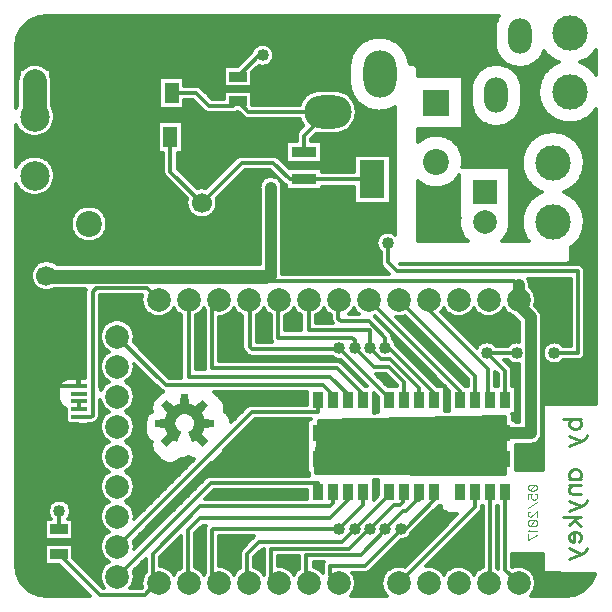
<source format=gbl>
G04 DipTrace 3.0.0.1*
G04 ESP32PWRREV1.GBL*
%MOMM*%
G04 #@! TF.FileFunction,Copper,L2,Bot*
G04 #@! TF.Part,Single*
%AMOUTLINE1*
4,1,40,
0.95,-0.475,
0.9428,-0.55747,
0.92137,-0.63747,
0.88637,-0.7125,
0.83887,-0.78033,
0.78033,-0.83887,
0.7125,-0.88637,
0.63747,-0.92137,
0.55747,-0.9428,
0.475,-0.95,
-0.475,-0.95,
-0.55747,-0.9428,
-0.63747,-0.92137,
-0.7125,-0.88637,
-0.78033,-0.83887,
-0.83887,-0.78033,
-0.88637,-0.7125,
-0.92137,-0.63747,
-0.9428,-0.55747,
-0.95,-0.475,
-0.95,0.475,
-0.9428,0.55747,
-0.92137,0.63747,
-0.88637,0.7125,
-0.83887,0.78033,
-0.78033,0.83887,
-0.7125,0.88637,
-0.63747,0.92137,
-0.55747,0.9428,
-0.475,0.95,
0.475,0.95,
0.55747,0.9428,
0.63747,0.92137,
0.7125,0.88637,
0.78033,0.83887,
0.83887,0.78033,
0.88637,0.7125,
0.92137,0.63747,
0.9428,0.55747,
0.95,0.475,
0.95,-0.475,
0*%
%AMOUTLINE2*
4,1,4,
-0.675,-0.2,
0.675,-0.2,
0.675,0.2,
-0.675,0.2,
-0.675,-0.2,
0*%
%AMOUTLINE3*
4,1,20,
0.50757,-0.508,
0.68133,-0.4775,
0.8342,-0.38943,
0.94773,-0.2544,
1.0082,-0.08863,
1.00837,0.08777,
0.94817,0.2536,
0.83487,0.38887,
0.68217,0.4772,
0.50843,0.508,
-0.50757,0.508,
-0.68133,0.4775,
-0.8342,0.38943,
-0.94773,0.2544,
-1.0082,0.08863,
-1.00837,-0.08777,
-0.94817,-0.2536,
-0.83487,-0.38887,
-0.68217,-0.4772,
-0.50843,-0.508,
0.50757,-0.508,
0*%
G04 #@! TA.AperFunction,CopperBalancing*
%ADD14C,0.3*%
G04 #@! TA.AperFunction,Conductor*
%ADD16C,1.0*%
%ADD17C,2.0*%
G04 #@! TA.AperFunction,ComponentPad*
%ADD22R,2.2X2.2*%
%ADD23C,2.2*%
%ADD25R,1.8X1.2*%
G04 #@! TA.AperFunction,ComponentPad*
%ADD26C,1.7*%
%ADD27R,1.2X1.8*%
G04 #@! TA.AperFunction,ComponentPad*
%ADD31O,4.0X2.8*%
%ADD32O,2.8X4.0*%
%ADD33C,1.304*%
%ADD34C,3.0*%
%ADD35C,2.5*%
%ADD37R,1.5X0.9*%
%ADD39R,0.9X1.4*%
G04 #@! TA.AperFunction,ComponentPad*
%ADD40O,2.0X3.0*%
%ADD42R,2.15X0.95*%
%ADD43R,2.15X3.25*%
G04 #@! TA.AperFunction,ComponentPad*
%ADD44R,2.0X2.0*%
%ADD45C,2.0*%
G04 #@! TA.AperFunction,ViaPad*
%ADD48C,1.016*%
%ADD99C,0.23529*%
%ADD100C,0.11765*%
%ADD105OUTLINE1*%
%ADD106OUTLINE2*%
G04 #@! TA.AperFunction,ComponentPad*
%ADD107OUTLINE3*%
%FSLAX35Y35*%
G04*
G71*
G90*
G75*
G01*
G04 Bottom*
%LPD*%
X2680000Y4140000D2*
D14*
X2010000D1*
X1920000Y4230000D1*
X1360000Y4300000D2*
X1570000D1*
X1680000Y4190000D1*
X1880000D1*
X1920000Y4230000D1*
X2480000Y3800000D2*
Y3940000D1*
X2680000Y4140000D1*
X4181000Y1420000D2*
X4054000D1*
X3927000D1*
X3800000D1*
X3581000D1*
X3454000D1*
X3327000D1*
X3200000D1*
X2981000D1*
X2854000D1*
X2727000D1*
X2600000D1*
Y1200000D2*
X2727000D1*
X2854000D1*
X2981000D1*
X3200000D1*
X3327000D1*
X3454000D1*
X3581000D1*
X3800000D1*
X3927000D1*
X4054000D1*
X4181000D2*
X4054000D1*
X4181000Y1420000D2*
Y1200000D1*
X3800000Y1420000D2*
Y1200000D1*
X3581000Y1420000D2*
Y1200000D1*
X3200000Y1420000D2*
Y1200000D1*
X2981000Y1420000D2*
Y1200000D1*
X2600000Y1420000D2*
Y1200000D1*
X2727000Y1420000D2*
Y1200000D1*
X2854000Y1420000D2*
Y1200000D1*
X3327000Y1420000D2*
Y1200000D1*
X3454000Y1420000D2*
Y1200000D1*
X3927000Y1420000D2*
Y1200000D1*
X4054000Y1420000D2*
Y1200000D1*
X4297000Y2550000D2*
D16*
Y2503000D1*
X4400000Y2400000D1*
Y1420000D1*
X4181000D1*
X300000Y2754000D2*
X2200000D1*
Y3500000D1*
X4297000Y2550000D2*
Y2673000D1*
D14*
X4260000Y2710000D1*
X2169073D1*
Y2700000D1*
X354000D1*
X300000Y2754000D1*
X2200000Y3500000D2*
Y2740927D1*
X2169073Y2710000D1*
X200000Y4100000D2*
D17*
Y4400000D1*
X1350000Y3930000D2*
D14*
Y3636000D1*
X1616000Y3370000D1*
X2480000Y3570000D2*
X2360000D1*
X2220000Y3710000D1*
X1956000D1*
X1616000Y3370000D1*
X3060000Y3570000D2*
X2480000D1*
X577500Y1560000D2*
X680000D1*
X690000Y1570000D1*
Y2620000D1*
X720000Y2650000D1*
X1149000D1*
X1249000Y2550000D1*
X4181000Y1700000D2*
Y1949000D1*
X4030000Y2100000D1*
X4280000D2*
X4030000D1*
X4600000D2*
X4800000D1*
Y2790000D1*
X3270000D1*
X3190000Y2870000D1*
Y3030000D1*
X3660000Y730000D2*
X3607000D1*
X3027000Y150000D1*
X1980000Y4840000D2*
D17*
X768200D1*
X660300Y4732100D1*
X200000Y4730000D2*
D14*
X658200D1*
X660300Y4732100D1*
Y3560300D1*
X600000Y3500000D1*
X500000D1*
X100000Y3100000D1*
Y2700000D1*
X300000Y2500000D1*
X2680000Y4780000D2*
X2120287D1*
X2040000D1*
X1980000Y4840000D1*
X2060287D1*
X2120287Y4780000D1*
X1060000Y3930000D2*
Y4290000D1*
X1070000Y4300000D1*
Y4322400D1*
X660300Y4732100D1*
X1870000Y3370000D2*
Y3100000D1*
X1850000Y3080000D1*
X1130000D1*
X1100000Y3110000D1*
Y3890000D1*
X1060000Y3930000D1*
X289987Y1327500D2*
Y1570000D1*
Y2052500D2*
Y1810000D1*
X562987Y1932500D2*
Y1834500D1*
X577487Y1820000D1*
X299987D1*
X289987Y1810000D1*
Y1327500D2*
X442987D1*
X562987Y1447500D1*
X289987Y2052500D2*
Y2179987D1*
X345000Y2235000D1*
X370000Y2210000D1*
X562987Y1932500D2*
X409987D1*
X289987Y2052500D1*
Y1810000D2*
Y1570000D1*
X577487Y1820000D2*
Y1918000D1*
X562987Y1932500D1*
Y2237013D1*
X300000Y2500000D1*
X562987Y1447500D2*
X412487D1*
X289987Y1570000D1*
Y1327500D2*
Y1170000D1*
X430000D1*
X440000Y1180000D1*
X2727000Y920000D2*
Y827000D1*
X2700000Y800000D1*
X1600000D1*
X1200000Y400000D1*
Y199000D1*
X1249000Y150000D1*
X1230000D1*
X1130000Y50000D1*
X750000D1*
X405000Y395000D1*
X2600000Y920000D2*
Y1000000D1*
X1693000D1*
X900000Y207000D1*
X2854000Y920000D2*
Y854000D1*
X2700000Y700000D1*
X1600000D1*
X1500000Y600000D1*
Y153000D1*
X1503000Y150000D1*
X3040000Y610000D2*
Y620000D1*
X2860000Y440000D1*
X2200000D1*
Y215000D1*
X2265000Y150000D1*
X3040000Y610000D2*
X3240000Y810000D1*
X3290000D1*
X3320000Y840000D1*
Y913000D1*
X3327000Y920000D1*
X1503000Y2550000D2*
Y1900000D1*
X2700000D1*
X2850000Y1750000D1*
Y1696000D1*
X2854000Y1700000D1*
X2727000D2*
Y1743000D1*
X2640000Y1830000D1*
X1309000D1*
X900000Y2239000D1*
X2981000Y1700000D2*
Y1749000D1*
X2760000Y1970000D1*
X1700000D1*
Y2493000D1*
X1757000Y2550000D1*
X2600000Y1700000D2*
Y1600000D1*
X2039000D1*
X900000Y461000D1*
X2981000Y920000D2*
Y811000D1*
X2780000Y610000D1*
X1710000D1*
X1700000Y600000D1*
Y207000D1*
X1757000Y150000D1*
X3200000Y920000D2*
Y900000D1*
X2910000Y610000D1*
X2800000Y500000D1*
X2100000D1*
X2000000Y400000D1*
Y161000D1*
X2011000Y150000D1*
X3170000Y610000D2*
Y600000D1*
X2960000Y390000D1*
X2500000D1*
Y169000D1*
X2519000Y150000D1*
X3454000Y920000D2*
Y854000D1*
Y920000D2*
Y874000D1*
X3340000Y760000D1*
X3320000D1*
X3170000Y610000D1*
X3581000Y920000D2*
Y851000D1*
X3340000Y610000D1*
X3300000D1*
Y600000D1*
X3000000Y300000D1*
X2700000D1*
Y223000D1*
X2773000Y150000D1*
X3927000Y920000D2*
Y796000D1*
X3281000Y150000D1*
X4054000Y920000D2*
Y161000D1*
X4043000Y150000D1*
X4181000Y920000D2*
Y266000D1*
X4297000Y150000D1*
X3454000Y1700000D2*
Y1806000D1*
X3210000Y2050000D1*
X3130000D1*
X3040000Y2140000D1*
Y2290000D1*
X2520000D1*
Y2549000D1*
X2519000Y2550000D1*
X3327000Y1700000D2*
Y1853000D1*
X3200000Y1980000D1*
X3070000D1*
X2910000Y2140000D1*
Y2210000D1*
X2890000Y2230000D1*
X2260000D1*
Y2545000D1*
X2265000Y2550000D1*
X3200000Y1700000D2*
Y1720000D1*
X2780000Y2140000D1*
Y2130000D1*
X2040000D1*
X2020000Y2150000D1*
Y2541000D1*
X2011000Y2550000D1*
X3800000Y1700000D2*
Y1777000D1*
X3027000Y2550000D1*
X3581000Y1700000D2*
Y1759000D1*
X3200000Y2140000D1*
X3170000D1*
Y2230000D1*
X3030000Y2370000D1*
X2790000D1*
X2770000Y2390000D1*
Y2547000D1*
X2773000Y2550000D1*
X4054000Y1700000D2*
X4040000D1*
Y1960000D1*
X3535000Y2465000D1*
Y2550000D1*
X3927000Y1700000D2*
Y1904000D1*
X3281000Y2550000D1*
X2130000Y4620000D2*
X2100000D1*
X1920000Y4440000D1*
X405000Y605000D2*
Y755000D1*
X410000Y760000D1*
X577500Y1625000D2*
Y1690000D1*
D48*
X2780000Y610000D3*
X2910000D3*
X3040000D3*
X3170000D3*
X3300000D3*
X2780000Y2140000D3*
X2910000D3*
X3040000D3*
X3170000D3*
X4030000Y2100000D3*
X410000Y760000D3*
X3660000Y730000D3*
X2200000Y3500000D3*
X1980000Y4840000D3*
X3190000Y3030000D3*
X4600000Y2100000D3*
X4280000D3*
X2130000Y4620000D3*
X187367Y4925333D2*
D14*
X4112947D1*
X143303Y4895667D2*
X4101053D1*
X112190Y4866000D2*
X4093847D1*
X89457Y4836333D2*
X4090917D1*
X73927Y4806667D2*
X4090800D1*
X61680Y4777000D2*
X4090800D1*
X54593Y4747333D2*
X2998847D1*
X3241153D2*
X4090800D1*
X50723Y4717667D2*
X2954020D1*
X3285980D2*
X4091150D1*
X48030Y4688000D2*
X2057830D1*
X2202170D2*
X2923553D1*
X3316447D2*
X4094900D1*
X48030Y4658333D2*
X2037907D1*
X2222093D2*
X2901347D1*
X3338653D2*
X4102987D1*
X48030Y4628667D2*
X2019100D1*
X2229593D2*
X2884997D1*
X3355003D2*
X4115993D1*
X4504027D2*
X4532070D1*
X4927950D2*
X4952010D1*
X48030Y4599000D2*
X1989450D1*
X2227717D2*
X2873280D1*
X3366720D2*
X4134980D1*
X4485040D2*
X4564587D1*
X4895373D2*
X4952010D1*
X48030Y4569333D2*
X1959803D1*
X2215707D2*
X2865603D1*
X3374397D2*
X4162283D1*
X4457737D2*
X4613103D1*
X4846917D2*
X4952010D1*
X48030Y4539667D2*
X153767D1*
X246193D2*
X1930097D1*
X2187347D2*
X2861560D1*
X3424260D2*
X4054413D1*
X4165587D2*
X4204353D1*
X4415607D2*
X4592537D1*
X4867483D2*
X4952010D1*
X48030Y4510000D2*
X100680D1*
X299280D2*
X1795800D1*
X2079533D2*
X2860800D1*
X3446877D2*
X3987323D1*
X4232677D2*
X4551403D1*
X4908617D2*
X4952010D1*
X48030Y4480333D2*
X60820D1*
X339180D2*
X1795800D1*
X2049883D2*
X2860800D1*
X3447990D2*
X3951640D1*
X4268360D2*
X4522460D1*
X4937503D2*
X4952010D1*
X48030Y4450667D2*
X59883D1*
X340120D2*
X1795800D1*
X2044200D2*
X2860800D1*
X3447990D2*
X3927617D1*
X4292383D2*
X4501073D1*
X347677Y4421000D2*
X1250820D1*
X1469220D2*
X1795800D1*
X2044200D2*
X2860800D1*
X3829200D2*
X3910917D1*
X4309083D2*
X4485077D1*
X349200Y4391333D2*
X1250820D1*
X1469220D2*
X1795800D1*
X2044200D2*
X2860973D1*
X3829200D2*
X3899723D1*
X4320277D2*
X4473533D1*
X349200Y4361667D2*
X1250820D1*
X1469220D2*
X1795800D1*
X2044200D2*
X2863670D1*
X3829200D2*
X3893163D1*
X4326837D2*
X4465857D1*
X349200Y4332000D2*
X1250820D1*
X1627540D2*
X2869997D1*
X3829200D2*
X3890820D1*
X4329180D2*
X4461697D1*
X349200Y4302333D2*
X1250820D1*
X1657190D2*
X1795800D1*
X2044200D2*
X2525820D1*
X2834220D2*
X2880133D1*
X3829200D2*
X3890820D1*
X4329180D2*
X4460937D1*
X349200Y4272667D2*
X1250820D1*
X1686897D2*
X1795800D1*
X2044200D2*
X2486327D1*
X2873653D2*
X2894667D1*
X3829200D2*
X3890820D1*
X4329180D2*
X4463397D1*
X349200Y4243000D2*
X1250820D1*
X2044200D2*
X2461893D1*
X2898147D2*
X2914593D1*
X3829200D2*
X3890820D1*
X4329180D2*
X4469373D1*
X349200Y4213333D2*
X1250820D1*
X1469220D2*
X1567107D1*
X2044200D2*
X2445837D1*
X2914143D2*
X2941540D1*
X3829200D2*
X3891463D1*
X4328537D2*
X4478923D1*
X352367Y4183667D2*
X1250820D1*
X1469220D2*
X1596757D1*
X2923987D2*
X2979743D1*
X3829200D2*
X3895800D1*
X4324200D2*
X4492633D1*
X365430Y4154000D2*
X1626463D1*
X2928673D2*
X3045427D1*
X3194573D2*
X3251970D1*
X3829200D2*
X3904587D1*
X4315413D2*
X4511267D1*
X372463Y4124333D2*
X1936130D1*
X2928557D2*
X3251970D1*
X3829200D2*
X3918357D1*
X4301643D2*
X4536170D1*
X4923850D2*
X4952010D1*
X374103Y4094667D2*
X1965897D1*
X2923577D2*
X3251970D1*
X3829200D2*
X3938337D1*
X4281663D2*
X4570390D1*
X4889573D2*
X4952010D1*
X370587Y4065000D2*
X1240800D1*
X1459200D2*
X2446600D1*
X2913440D2*
X3251970D1*
X3829200D2*
X3967223D1*
X4252777D2*
X4622713D1*
X4837247D2*
X4952010D1*
X361507Y4035333D2*
X1240800D1*
X1459200D2*
X2463007D1*
X2896973D2*
X3251970D1*
X3829200D2*
X4012870D1*
X4207130D2*
X4952010D1*
X345860Y4005667D2*
X1240800D1*
X1459200D2*
X2456093D1*
X2871957D2*
X3251970D1*
X3829200D2*
X4952010D1*
X48030Y3976000D2*
X78943D1*
X321017D2*
X1240800D1*
X1459200D2*
X2427497D1*
X2831173D2*
X3251970D1*
X3447990D2*
X4576657D1*
X4603297D2*
X4952010D1*
X48030Y3946333D2*
X121540D1*
X278480D2*
X1240800D1*
X1459200D2*
X2416130D1*
X2575880D2*
X3251970D1*
X3447990D2*
X4464510D1*
X4715490D2*
X4952010D1*
X48030Y3916667D2*
X1240800D1*
X1459200D2*
X2415780D1*
X2546233D2*
X3251970D1*
X3447990D2*
X3485467D1*
X3714943D2*
X4419217D1*
X4760783D2*
X4952010D1*
X48030Y3887000D2*
X1240800D1*
X1459200D2*
X2323320D1*
X2636700D2*
X3251970D1*
X3755783D2*
X4388163D1*
X4791837D2*
X4952010D1*
X48030Y3857333D2*
X1240800D1*
X1459200D2*
X2323320D1*
X2636700D2*
X3251970D1*
X3782913D2*
X4365310D1*
X4814690D2*
X4952010D1*
X48030Y3827667D2*
X1240800D1*
X1459200D2*
X2323320D1*
X2636700D2*
X3251970D1*
X3802130D2*
X4348200D1*
X4831800D2*
X4952010D1*
X48030Y3798000D2*
X1240800D1*
X1459200D2*
X2323320D1*
X2636700D2*
X3251970D1*
X3815550D2*
X4335780D1*
X4844220D2*
X4952010D1*
X48030Y3768333D2*
X165780D1*
X234180D2*
X1285800D1*
X1414200D2*
X1934490D1*
X2241487D2*
X2323320D1*
X2636700D2*
X2903280D1*
X3216720D2*
X3251970D1*
X3824163D2*
X4327283D1*
X4852717D2*
X4952010D1*
X48030Y3738667D2*
X96580D1*
X303380D2*
X1285800D1*
X1414200D2*
X1895117D1*
X2280860D2*
X2323320D1*
X2636700D2*
X2903280D1*
X3216720D2*
X3251970D1*
X3828617D2*
X4322360D1*
X4857640D2*
X4952010D1*
X48030Y3709000D2*
X65033D1*
X335020D2*
X1285800D1*
X1414200D2*
X1865467D1*
X2310570D2*
X2323320D1*
X2636700D2*
X2903280D1*
X3216720D2*
X3251970D1*
X3829143D2*
X4320780D1*
X4859220D2*
X4952010D1*
X354710Y3679333D2*
X1285800D1*
X1414200D2*
X1835760D1*
X2340217D2*
X2903280D1*
X3216720D2*
X3251970D1*
X3825687D2*
X4322597D1*
X4857403D2*
X4952010D1*
X366837Y3649667D2*
X1285800D1*
X1425860D2*
X1806110D1*
X2636700D2*
X2903280D1*
X3216720D2*
X3251970D1*
X4229220D2*
X4327753D1*
X4852247D2*
X4952010D1*
X373050Y3620000D2*
X1287907D1*
X1455570D2*
X1776463D1*
X1955550D2*
X2220427D1*
X3216720D2*
X3251970D1*
X4229220D2*
X4336483D1*
X4843517D2*
X4952010D1*
X373927Y3590333D2*
X1306130D1*
X1485217D2*
X1746757D1*
X1925900D2*
X2161657D1*
X2238323D2*
X2250117D1*
X3216720D2*
X3251970D1*
X4229220D2*
X4349197D1*
X4830803D2*
X4952010D1*
X369593Y3560667D2*
X1335780D1*
X1514867D2*
X1717107D1*
X1896193D2*
X2121287D1*
X3216720D2*
X3251970D1*
X3763753D2*
X3790800D1*
X4229220D2*
X4366657D1*
X4813343D2*
X4952010D1*
X359690Y3531000D2*
X1365427D1*
X1544573D2*
X1687460D1*
X1866543D2*
X2105117D1*
X2294923D2*
X2309430D1*
X3216720D2*
X3251970D1*
X3447990D2*
X3472927D1*
X3727483D2*
X3790800D1*
X4229220D2*
X4389980D1*
X4790020D2*
X4952010D1*
X48030Y3501333D2*
X57073D1*
X342930D2*
X1395133D1*
X1574220D2*
X1657810D1*
X1836897D2*
X2100017D1*
X2299963D2*
X2323320D1*
X2636700D2*
X2903280D1*
X3216720D2*
X3251970D1*
X3447990D2*
X3539313D1*
X3661097D2*
X3790800D1*
X4229220D2*
X4421737D1*
X4758263D2*
X4952010D1*
X48030Y3471667D2*
X83690D1*
X316330D2*
X1424783D1*
X1807190D2*
X2100780D1*
X2299200D2*
X2903280D1*
X3216720D2*
X3251970D1*
X3447990D2*
X3790800D1*
X4229220D2*
X4468437D1*
X4711563D2*
X4952010D1*
X48030Y3442000D2*
X131093D1*
X268927D2*
X1454430D1*
X1777540D2*
X2100780D1*
X2299200D2*
X2903280D1*
X3216720D2*
X3251970D1*
X3447990D2*
X3790800D1*
X4229220D2*
X4456483D1*
X4723517D2*
X4952010D1*
X48030Y3412333D2*
X1484140D1*
X1747893D2*
X2100780D1*
X2299200D2*
X2903280D1*
X3216720D2*
X3251970D1*
X3447990D2*
X3790800D1*
X4229220D2*
X4414003D1*
X4765997D2*
X4952010D1*
X48030Y3382667D2*
X1482440D1*
X1749593D2*
X2100780D1*
X2299200D2*
X2903280D1*
X3216720D2*
X3251970D1*
X3447990D2*
X3790800D1*
X4229220D2*
X4384413D1*
X4795587D2*
X4952010D1*
X48030Y3353000D2*
X1482907D1*
X1749123D2*
X2100780D1*
X2299200D2*
X3251970D1*
X3447990D2*
X3790800D1*
X4229220D2*
X4362497D1*
X4817503D2*
X4952010D1*
X48030Y3323333D2*
X572243D1*
X747990D2*
X1490407D1*
X1741623D2*
X2100780D1*
X2299200D2*
X3251970D1*
X3447990D2*
X3790800D1*
X4229220D2*
X4346150D1*
X4833850D2*
X4952010D1*
X48030Y3293667D2*
X538320D1*
X781857D2*
X1506287D1*
X1725687D2*
X2100780D1*
X2299200D2*
X3251970D1*
X3447990D2*
X3790800D1*
X4229220D2*
X4334313D1*
X4845687D2*
X4952010D1*
X48030Y3264000D2*
X518397D1*
X801837D2*
X1535700D1*
X1696330D2*
X2100780D1*
X2299200D2*
X3251970D1*
X3447990D2*
X3790800D1*
X4229220D2*
X4326347D1*
X4853653D2*
X4952010D1*
X48030Y3234333D2*
X506677D1*
X813497D2*
X2100780D1*
X2299200D2*
X3251970D1*
X3447990D2*
X3792673D1*
X4227347D2*
X4321893D1*
X4858107D2*
X4952010D1*
X48030Y3204667D2*
X501403D1*
X818830D2*
X2100780D1*
X2299200D2*
X3251970D1*
X3447990D2*
X3790800D1*
X4229220D2*
X4320837D1*
X4859163D2*
X4952010D1*
X48030Y3175000D2*
X501873D1*
X818360D2*
X2100780D1*
X2299200D2*
X3251970D1*
X3447990D2*
X3793027D1*
X4226993D2*
X4323123D1*
X4856877D2*
X4952010D1*
X48030Y3145333D2*
X508083D1*
X812093D2*
X2100780D1*
X2299200D2*
X3251970D1*
X3447990D2*
X3799470D1*
X4220490D2*
X4328747D1*
X4851253D2*
X4952010D1*
X48030Y3115667D2*
X520917D1*
X799260D2*
X2100780D1*
X2299200D2*
X3141520D1*
X3238517D2*
X3251963D1*
X3447990D2*
X3810603D1*
X4209417D2*
X4338063D1*
X4841937D2*
X4952010D1*
X48030Y3086000D2*
X542537D1*
X777640D2*
X2100780D1*
X2299200D2*
X3107770D1*
X3447990D2*
X3827187D1*
X4192833D2*
X4351423D1*
X4828577D2*
X4952010D1*
X48030Y3056333D2*
X580037D1*
X740140D2*
X2100780D1*
X2299200D2*
X3093650D1*
X3447990D2*
X3850973D1*
X4169043D2*
X4369647D1*
X4810353D2*
X4952010D1*
X48030Y3026667D2*
X2100780D1*
X2299200D2*
X3090077D1*
X4785980D2*
X4952010D1*
X48030Y2997000D2*
X2100780D1*
X2299200D2*
X3095760D1*
X4752640D2*
X4952010D1*
X48030Y2967333D2*
X2100780D1*
X2299200D2*
X3112987D1*
X4748010D2*
X4952010D1*
X48030Y2937667D2*
X2100780D1*
X2299200D2*
X3125820D1*
X4748010D2*
X4952010D1*
X48030Y2908000D2*
X2100780D1*
X2299200D2*
X3125820D1*
X4748010D2*
X4952010D1*
X48030Y2878333D2*
X255133D1*
X344867D2*
X2100780D1*
X2299200D2*
X3125820D1*
X4742443D2*
X4952010D1*
X48030Y2848667D2*
X206150D1*
X2299200D2*
X3129627D1*
X4820430D2*
X4952010D1*
X48030Y2819000D2*
X183007D1*
X2299200D2*
X3151423D1*
X4856877D2*
X4952010D1*
X48030Y2789333D2*
X170643D1*
X2299200D2*
X3181130D1*
X4864200D2*
X4952010D1*
X48030Y2759667D2*
X165897D1*
X4864200D2*
X4952010D1*
X48030Y2730000D2*
X168007D1*
X4864200D2*
X4952010D1*
X48030Y2700333D2*
X177263D1*
X4392230D2*
X4735800D1*
X4864200D2*
X4952010D1*
X48030Y2670667D2*
X195663D1*
X4396213D2*
X4735800D1*
X4864200D2*
X4952010D1*
X48030Y2641000D2*
X230350D1*
X4414437D2*
X4735800D1*
X4864200D2*
X4952010D1*
X48030Y2611333D2*
X625800D1*
X4432717D2*
X4735800D1*
X4864200D2*
X4952010D1*
X48030Y2581667D2*
X625800D1*
X754200D2*
X1103280D1*
X4442737D2*
X4735800D1*
X4864200D2*
X4952010D1*
X48030Y2552000D2*
X625800D1*
X754200D2*
X1099823D1*
X4446193D2*
X4735800D1*
X4864200D2*
X4952010D1*
X48030Y2522333D2*
X625800D1*
X754200D2*
X1102460D1*
X4443557D2*
X4735800D1*
X4864200D2*
X4952010D1*
X48030Y2492667D2*
X625800D1*
X754200D2*
X1111483D1*
X4446370D2*
X4735800D1*
X4864200D2*
X4952010D1*
X48030Y2463000D2*
X625800D1*
X754200D2*
X1128473D1*
X1369493D2*
X1382480D1*
X1623497D2*
X1635763D1*
X1877503D2*
X1890487D1*
X2131507D2*
X2144490D1*
X2385510D2*
X2398493D1*
X2639513D2*
X2652497D1*
X2893517D2*
X2906507D1*
X3655470D2*
X3668523D1*
X3909473D2*
X3922543D1*
X4163480D2*
X4176493D1*
X4475723D2*
X4735800D1*
X4864200D2*
X4952010D1*
X48030Y2433333D2*
X625800D1*
X754200D2*
X1157890D1*
X1340140D2*
X1411893D1*
X1594083D2*
X1635780D1*
X1848087D2*
X1919900D1*
X2102093D2*
X2173903D1*
X2356097D2*
X2427907D1*
X2610100D2*
X2681913D1*
X2864103D2*
X2935917D1*
X3656233D2*
X3697870D1*
X3880120D2*
X3951873D1*
X4134123D2*
X4205877D1*
X4493243D2*
X4735800D1*
X4864200D2*
X4952010D1*
X48030Y2403667D2*
X625800D1*
X754200D2*
X1438787D1*
X1567190D2*
X1635780D1*
X1764180D2*
X1955820D1*
X2084220D2*
X2195820D1*
X2324220D2*
X2455800D1*
X2584200D2*
X2705820D1*
X3262893D2*
X3337810D1*
X3685880D2*
X4257263D1*
X4499103D2*
X4735800D1*
X4864200D2*
X4952010D1*
X48030Y2374000D2*
X625800D1*
X754200D2*
X840897D1*
X959103D2*
X1438787D1*
X1567190D2*
X1635780D1*
X1764180D2*
X1955820D1*
X2084220D2*
X2195820D1*
X2324220D2*
X2455800D1*
X2584200D2*
X2707927D1*
X3292540D2*
X3367460D1*
X3715530D2*
X4286970D1*
X4499220D2*
X4735800D1*
X4864200D2*
X4952010D1*
X48030Y2344333D2*
X625800D1*
X754200D2*
X795603D1*
X1004397D2*
X1438787D1*
X1567190D2*
X1635780D1*
X1764180D2*
X1955820D1*
X2084220D2*
X2195820D1*
X2324220D2*
X2455800D1*
X3322190D2*
X3397107D1*
X3745237D2*
X4300800D1*
X4499220D2*
X4735800D1*
X4864200D2*
X4952010D1*
X48030Y2314667D2*
X625800D1*
X754200D2*
X771880D1*
X1028070D2*
X1438787D1*
X1567190D2*
X1635780D1*
X1764180D2*
X1955820D1*
X2084220D2*
X2195820D1*
X2324220D2*
X2455800D1*
X3351897D2*
X3426757D1*
X3774883D2*
X4300800D1*
X4499220D2*
X4735800D1*
X4864200D2*
X4952010D1*
X48030Y2285000D2*
X625800D1*
X1041780D2*
X1438787D1*
X1567190D2*
X1635780D1*
X1764180D2*
X1955820D1*
X2084220D2*
X2195820D1*
X3381543D2*
X3456463D1*
X3804533D2*
X4300800D1*
X4499220D2*
X4735800D1*
X4864200D2*
X4952010D1*
X48030Y2255333D2*
X625800D1*
X1048283D2*
X1438787D1*
X1567190D2*
X1635780D1*
X1764180D2*
X1955820D1*
X2084220D2*
X2195820D1*
X3411193D2*
X3486110D1*
X3834240D2*
X4300800D1*
X4499220D2*
X4735800D1*
X4864200D2*
X4952010D1*
X48030Y2225667D2*
X625800D1*
X1048577D2*
X1438787D1*
X1567190D2*
X1635780D1*
X1764180D2*
X1955820D1*
X2084220D2*
X2195937D1*
X3234180D2*
X3261757D1*
X3440900D2*
X3515760D1*
X3863890D2*
X4300800D1*
X4499220D2*
X4735800D1*
X4864200D2*
X4952010D1*
X48030Y2196000D2*
X625800D1*
X1042717D2*
X1438787D1*
X1567190D2*
X1635780D1*
X1764180D2*
X1955820D1*
X2084220D2*
X2206130D1*
X3252230D2*
X3291463D1*
X3470550D2*
X3545467D1*
X3893537D2*
X4013103D1*
X4046877D2*
X4263123D1*
X4499220D2*
X4583103D1*
X4616877D2*
X4735800D1*
X4864200D2*
X4952010D1*
X48030Y2166333D2*
X625800D1*
X754200D2*
X770193D1*
X1062230D2*
X1438787D1*
X1567190D2*
X1635780D1*
X1764180D2*
X1955820D1*
X3266350D2*
X3321110D1*
X3500197D2*
X3575117D1*
X3923243D2*
X3956210D1*
X4103770D2*
X4206230D1*
X4499220D2*
X4526210D1*
X4673770D2*
X4735800D1*
X4864200D2*
X4952010D1*
X48030Y2136667D2*
X625800D1*
X754200D2*
X792557D1*
X1091877D2*
X1438787D1*
X1567190D2*
X1635780D1*
X1764180D2*
X1957283D1*
X3292893D2*
X3350760D1*
X3529903D2*
X3604763D1*
X4864200D2*
X4952010D1*
X48030Y2107000D2*
X625800D1*
X754200D2*
X816463D1*
X1121527D2*
X1438787D1*
X1567190D2*
X1635780D1*
X1764180D2*
X1973457D1*
X3322540D2*
X3380467D1*
X3559553D2*
X3634470D1*
X4864200D2*
X4952010D1*
X48030Y2077333D2*
X625800D1*
X754200D2*
X783650D1*
X1151233D2*
X1438787D1*
X1567190D2*
X1635780D1*
X1764180D2*
X2005800D1*
X3352190D2*
X3410117D1*
X3589200D2*
X3664120D1*
X4859867D2*
X4952010D1*
X48030Y2047667D2*
X625800D1*
X754200D2*
X764907D1*
X1180880D2*
X1438787D1*
X1567190D2*
X1635780D1*
X1764180D2*
X2747303D1*
X3381897D2*
X3439763D1*
X3618907D2*
X3693767D1*
X4499220D2*
X4515310D1*
X4834730D2*
X4952010D1*
X48030Y2018000D2*
X625800D1*
X1210530D2*
X1438787D1*
X1567190D2*
X1635780D1*
X2800940D2*
X2812477D1*
X3411543D2*
X3469470D1*
X3648557D2*
X3723473D1*
X4201563D2*
X4225153D1*
X4499220D2*
X4545193D1*
X4654847D2*
X4952010D1*
X48030Y1988333D2*
X625800D1*
X1049163D2*
X1061080D1*
X1240237D2*
X1438787D1*
X1567190D2*
X1635780D1*
X2831233D2*
X2842110D1*
X3441193D2*
X3499120D1*
X3678207D2*
X3753123D1*
X4230860D2*
X4300800D1*
X4499220D2*
X4952010D1*
X48030Y1958667D2*
X625800D1*
X1046820D2*
X1090800D1*
X1269883D2*
X1438787D1*
X2860880D2*
X2871773D1*
X3470900D2*
X3528767D1*
X3707913D2*
X3782770D1*
X4244457D2*
X4300800D1*
X4499220D2*
X4952010D1*
X48030Y1929000D2*
X625800D1*
X1038030D2*
X1120447D1*
X1299533D2*
X1438787D1*
X2890530D2*
X2901427D1*
X3500550D2*
X3558473D1*
X3737560D2*
X3812480D1*
X4245217D2*
X4300800D1*
X4499220D2*
X4952010D1*
X48030Y1899333D2*
X625800D1*
X754200D2*
X778553D1*
X1021447D2*
X1150097D1*
X1329240D2*
X1438787D1*
X2920237D2*
X2931087D1*
X3110197D2*
X3191093D1*
X3530197D2*
X3588123D1*
X3767210D2*
X3842127D1*
X4104180D2*
X4116837D1*
X4245217D2*
X4300800D1*
X4499220D2*
X4952010D1*
X48030Y1869667D2*
X439587D1*
X754200D2*
X807147D1*
X992853D2*
X1179803D1*
X2949883D2*
X2960813D1*
X3139903D2*
X3220800D1*
X3559903D2*
X3617770D1*
X3796857D2*
X3862810D1*
X4104180D2*
X4116837D1*
X4245217D2*
X4300800D1*
X4499220D2*
X4952010D1*
X48030Y1840000D2*
X410643D1*
X754200D2*
X799587D1*
X1000413D2*
X1209450D1*
X2979533D2*
X2990447D1*
X3169553D2*
X3250447D1*
X3589553D2*
X3647480D1*
X3826563D2*
X3862810D1*
X4104180D2*
X4116837D1*
X4245217D2*
X4300800D1*
X4499220D2*
X4952010D1*
X48030Y1810333D2*
X396287D1*
X758713D2*
X774200D1*
X1025783D2*
X1239100D1*
X4275217D2*
X4300800D1*
X4499220D2*
X4952010D1*
X48030Y1780667D2*
X390897D1*
X1040490D2*
X1269803D1*
X3675217D2*
X3705780D1*
X4275217D2*
X4300800D1*
X4499220D2*
X4952010D1*
X48030Y1751000D2*
X390780D1*
X1047813D2*
X1258320D1*
X1741680D2*
X2505780D1*
X3675217D2*
X3705780D1*
X4275217D2*
X4300800D1*
X4499220D2*
X4952010D1*
X48030Y1721333D2*
X391600D1*
X1048870D2*
X1228670D1*
X1771330D2*
X2505780D1*
X3075217D2*
X3105780D1*
X3675217D2*
X3705780D1*
X4275217D2*
X4300800D1*
X4499220D2*
X4952010D1*
X48030Y1691667D2*
X399157D1*
X1043830D2*
X1202537D1*
X1797463D2*
X2505780D1*
X3075217D2*
X3105780D1*
X3675217D2*
X3705780D1*
X4275217D2*
X4300800D1*
X4499220D2*
X4952010D1*
X48030Y1662000D2*
X416560D1*
X754200D2*
X768057D1*
X1031877D2*
X1188767D1*
X1811233D2*
X2505780D1*
X3075217D2*
X3105780D1*
X3675217D2*
X3705780D1*
X4275217D2*
X4300800D1*
X48030Y1632333D2*
X452537D1*
X754200D2*
X789100D1*
X1010900D2*
X1183847D1*
X1816153D2*
X1981777D1*
X3075217D2*
X3105780D1*
X3675217D2*
X3705780D1*
X4275217D2*
X4300800D1*
X48030Y1602667D2*
X460857D1*
X754200D2*
X822263D1*
X977737D2*
X1186073D1*
X1813927D2*
X1952127D1*
X3075217D2*
X3105780D1*
X4275217D2*
X4300800D1*
X48030Y1573000D2*
X460800D1*
X754200D2*
X786757D1*
X1013243D2*
X1154723D1*
X1845277D2*
X1922480D1*
X4249083D2*
X4300800D1*
X48030Y1543333D2*
X460800D1*
X748107D2*
X766717D1*
X1033283D2*
X1139197D1*
X1860803D2*
X1892770D1*
X4249200D2*
X4300800D1*
X48030Y1513667D2*
X469003D1*
X722970D2*
X755467D1*
X1044533D2*
X1132987D1*
X2042210D2*
X2505780D1*
X48030Y1484000D2*
X750957D1*
X1049043D2*
X1132633D1*
X2012560D2*
X2505780D1*
X48030Y1454333D2*
X752597D1*
X1047403D2*
X1132633D1*
X1982913D2*
X2505780D1*
X48030Y1424667D2*
X760507D1*
X1039493D2*
X1134277D1*
X1953207D2*
X2505780D1*
X48030Y1395000D2*
X775973D1*
X1024027D2*
X1143473D1*
X1923557D2*
X2505780D1*
X48030Y1365333D2*
X802633D1*
X997367D2*
X1163280D1*
X1893907D2*
X2505780D1*
X4482170D2*
X4504293D1*
X48030Y1335667D2*
X803807D1*
X996193D2*
X1184783D1*
X1864200D2*
X2505780D1*
X4449300D2*
X4504293D1*
X48030Y1306000D2*
X776620D1*
X1023380D2*
X1184667D1*
X1834553D2*
X2505780D1*
X4275217D2*
X4504293D1*
X48030Y1276333D2*
X760857D1*
X1039143D2*
X1192517D1*
X1807483D2*
X2505780D1*
X4275217D2*
X4504293D1*
X48030Y1246667D2*
X752713D1*
X1047287D2*
X1210270D1*
X1789730D2*
X2505780D1*
X4275217D2*
X4504293D1*
X48030Y1217000D2*
X750897D1*
X1049103D2*
X1239157D1*
X1760843D2*
X2505780D1*
X4275217D2*
X4504293D1*
X48030Y1187333D2*
X755233D1*
X1044767D2*
X1269743D1*
X1422463D2*
X1536757D1*
X1730257D2*
X2505780D1*
X4275217D2*
X4504293D1*
X48030Y1157667D2*
X766190D1*
X1033810D2*
X1507107D1*
X1686193D2*
X2505780D1*
X4275217D2*
X4504293D1*
X48030Y1128000D2*
X785877D1*
X1014123D2*
X1477460D1*
X1656543D2*
X2505780D1*
X4275217D2*
X4504293D1*
X48030Y1098333D2*
X820623D1*
X979377D2*
X1447810D1*
X1626897D2*
X2505780D1*
X48030Y1068667D2*
X790037D1*
X1009963D2*
X1418103D1*
X1597190D2*
X2520837D1*
X48030Y1039000D2*
X768650D1*
X1031350D2*
X1388457D1*
X1567540D2*
X1642460D1*
X48030Y1009333D2*
X756463D1*
X1043537D2*
X1358807D1*
X1537893D2*
X1612810D1*
X3075217D2*
X3105780D1*
X48030Y979667D2*
X751190D1*
X1048810D2*
X1329100D1*
X1508243D2*
X1583103D1*
X3075217D2*
X3105780D1*
X48030Y950000D2*
X752070D1*
X1047930D2*
X1299450D1*
X1478537D2*
X1553457D1*
X3075217D2*
X3105780D1*
X48030Y920333D2*
X759157D1*
X1040843D2*
X1269803D1*
X1448890D2*
X1523807D1*
X1702893D2*
X2505780D1*
X3075217D2*
X3105780D1*
X48030Y890667D2*
X773573D1*
X1026427D2*
X1240097D1*
X1419240D2*
X1494100D1*
X1673243D2*
X2505780D1*
X3075217D2*
X3101093D1*
X48030Y861000D2*
X798473D1*
X1001527D2*
X1210447D1*
X1389533D2*
X1464450D1*
X48030Y831333D2*
X341267D1*
X478753D2*
X808437D1*
X991563D2*
X1180800D1*
X1359883D2*
X1434803D1*
X48030Y801667D2*
X319413D1*
X500607D2*
X779257D1*
X1020743D2*
X1151093D1*
X1330237D2*
X1405097D1*
X3621193D2*
X3635770D1*
X48030Y772000D2*
X310740D1*
X509280D2*
X762380D1*
X1037620D2*
X1121443D1*
X1300530D2*
X1375447D1*
X3591543D2*
X3635820D1*
X48030Y742333D2*
X311620D1*
X508400D2*
X753357D1*
X1046643D2*
X1091793D1*
X1270880D2*
X1345800D1*
X3561897D2*
X3635820D1*
X3964200D2*
X3989783D1*
X48030Y712667D2*
X322343D1*
X497677D2*
X750837D1*
X1049163D2*
X1062087D1*
X1241233D2*
X1316093D1*
X3532190D2*
X3754120D1*
X3933207D2*
X3989783D1*
X48030Y683000D2*
X280800D1*
X529200D2*
X754353D1*
X1211527D2*
X1286443D1*
X3502540D2*
X3724470D1*
X3903557D2*
X3989783D1*
X48030Y653333D2*
X280800D1*
X529200D2*
X764430D1*
X1181877D2*
X1256793D1*
X3472893D2*
X3694763D1*
X3873907D2*
X3989783D1*
X48030Y623667D2*
X280800D1*
X529200D2*
X782830D1*
X1152230D2*
X1227087D1*
X1613243D2*
X1640583D1*
X3443243D2*
X3665117D1*
X3844200D2*
X3989783D1*
X48030Y594000D2*
X280800D1*
X529200D2*
X814940D1*
X1122520D2*
X1197440D1*
X1583537D2*
X1635780D1*
X3413537D2*
X3635467D1*
X3814553D2*
X3989783D1*
X48030Y564333D2*
X280800D1*
X529200D2*
X793553D1*
X1092873D2*
X1167790D1*
X1564200D2*
X1635780D1*
X3388577D2*
X3605760D1*
X3784903D2*
X3989783D1*
X48030Y534667D2*
X280800D1*
X529200D2*
X770700D1*
X1063223D2*
X1138143D1*
X1424220D2*
X1435790D1*
X1564200D2*
X1635780D1*
X1764180D2*
X2045117D1*
X3364083D2*
X3576110D1*
X3755197D2*
X3989783D1*
X48030Y505000D2*
X757577D1*
X1042423D2*
X1108437D1*
X1394573D2*
X1435800D1*
X1564200D2*
X1635780D1*
X1764180D2*
X2015467D1*
X3294533D2*
X3546463D1*
X3725550D2*
X3989783D1*
X48030Y475333D2*
X280800D1*
X529200D2*
X751483D1*
X1048517D2*
X1078787D1*
X1364867D2*
X1435800D1*
X1564200D2*
X1635780D1*
X1764180D2*
X1985760D1*
X3264883D2*
X3516757D1*
X3695900D2*
X3989783D1*
X48030Y445667D2*
X280800D1*
X529200D2*
X751600D1*
X1335217D2*
X1435800D1*
X1564200D2*
X1635780D1*
X1764180D2*
X1956110D1*
X3235237D2*
X3487107D1*
X3666193D2*
X3989783D1*
X48030Y416000D2*
X280800D1*
X529200D2*
X757870D1*
X1305570D2*
X1435800D1*
X1564200D2*
X1635780D1*
X1764180D2*
X1937947D1*
X2105550D2*
X2135820D1*
X3205530D2*
X3457460D1*
X3636543D2*
X3989783D1*
X48030Y386333D2*
X280800D1*
X529200D2*
X771287D1*
X1275860D2*
X1435800D1*
X1564200D2*
X1635780D1*
X1764180D2*
X1935780D1*
X2075900D2*
X2135820D1*
X3175880D2*
X3427810D1*
X3606897D2*
X3989783D1*
X4245217D2*
X4504293D1*
X48030Y356667D2*
X280800D1*
X532893D2*
X794607D1*
X1264200D2*
X1435800D1*
X1564200D2*
X1635780D1*
X1764180D2*
X1935780D1*
X2064180D2*
X2135820D1*
X2264220D2*
X2435820D1*
X3146233D2*
X3398103D1*
X3577190D2*
X3989783D1*
X4245217D2*
X4504293D1*
X48030Y327000D2*
X280800D1*
X562540D2*
X813473D1*
X1109573D2*
X1135800D1*
X1264200D2*
X1435800D1*
X1564200D2*
X1635780D1*
X1764180D2*
X1935780D1*
X2064180D2*
X2135820D1*
X2264220D2*
X2435820D1*
X2564220D2*
X2642070D1*
X3116527D2*
X3368457D1*
X3547540D2*
X3989783D1*
X4245217D2*
X4504293D1*
X48733Y297333D2*
X413103D1*
X592190D2*
X782070D1*
X1079867D2*
X1135800D1*
X1264200D2*
X1435800D1*
X1564200D2*
X1635780D1*
X1764180D2*
X1935780D1*
X2064180D2*
X2135820D1*
X2264220D2*
X2435820D1*
X2564220D2*
X2635800D1*
X3086877D2*
X3338807D1*
X3517893D2*
X3989783D1*
X4245217D2*
X4504293D1*
X52657Y267667D2*
X442810D1*
X621897D2*
X763963D1*
X1050217D2*
X1135800D1*
X1338790D2*
X1413240D1*
X1592793D2*
X1635780D1*
X1846800D2*
X1921247D1*
X2100743D2*
X2135820D1*
X2354747D2*
X2429257D1*
X2608753D2*
X2635800D1*
X3057230D2*
X3191210D1*
X3624767D2*
X3699217D1*
X3878770D2*
X3953220D1*
X4386780D2*
X4504293D1*
X56527Y238000D2*
X472460D1*
X651543D2*
X754120D1*
X1045880D2*
X1129237D1*
X1368733D2*
X1383253D1*
X1622737D2*
X1635780D1*
X1876740D2*
X1891247D1*
X2384747D2*
X2399257D1*
X2892757D2*
X3161267D1*
X3654767D2*
X3669233D1*
X3908770D2*
X3923260D1*
X4416720D2*
X4504293D1*
X67717Y208333D2*
X502107D1*
X681193D2*
X750780D1*
X1049220D2*
X1111950D1*
X2910040D2*
X3143923D1*
X4434063D2*
X4932263D1*
X80020Y178667D2*
X531757D1*
X710900D2*
X753593D1*
X1046407D2*
X1102633D1*
X2919357D2*
X3134667D1*
X4443380D2*
X4919960D1*
X100707Y149000D2*
X561463D1*
X740550D2*
X762790D1*
X1037210D2*
X1099823D1*
X2922170D2*
X3131793D1*
X4446193D2*
X4899333D1*
X123790Y119333D2*
X591110D1*
X770197D2*
X780000D1*
X1019983D2*
X1103043D1*
X2918947D2*
X3135077D1*
X4442970D2*
X4876247D1*
X162463Y89667D2*
X620760D1*
X2909163D2*
X3144803D1*
X4433187D2*
X4837577D1*
X222757Y60000D2*
X650467D1*
X2891233D2*
X3162790D1*
X4415197D2*
X4777223D1*
X3444990Y4446200D2*
X3826200D1*
Y3993800D1*
X3445047D1*
X3445000Y3884590D1*
X3460213Y3897680D1*
X3472293Y3906567D1*
X3484937Y3914630D1*
X3498090Y3921840D1*
X3511687Y3928163D1*
X3525677Y3933570D1*
X3539993Y3938040D1*
X3554573Y3941550D1*
X3569353Y3944087D1*
X3584270Y3945640D1*
X3599257Y3946197D1*
X3614250Y3945763D1*
X3629177Y3944337D1*
X3643980Y3941923D1*
X3658590Y3938533D1*
X3672940Y3934183D1*
X3686973Y3928893D1*
X3700627Y3922683D1*
X3713837Y3915583D1*
X3726547Y3907623D1*
X3738703Y3898840D1*
X3750247Y3889270D1*
X3761133Y3878953D1*
X3771313Y3867940D1*
X3780740Y3856277D1*
X3789373Y3844013D1*
X3797177Y3831207D1*
X3804113Y3817910D1*
X3810153Y3804180D1*
X3815270Y3790083D1*
X3819440Y3775680D1*
X3822647Y3761027D1*
X3824877Y3746197D1*
X3826400Y3720000D1*
X3825903Y3705010D1*
X3824413Y3690087D1*
X3822083Y3676163D1*
X4226200Y3676200D1*
Y3243800D1*
X4222860D1*
X4224933Y3229380D1*
X4226200Y3206000D1*
X4225680Y3191013D1*
X4224123Y3176097D1*
X4221533Y3161323D1*
X4217927Y3146767D1*
X4213320Y3132497D1*
X4207737Y3118577D1*
X4201200Y3105080D1*
X4193743Y3092067D1*
X4185403Y3079603D1*
X4176220Y3067747D1*
X4166233Y3056557D1*
X4154203Y3044987D1*
X4381153Y3045000D1*
X4371187Y3058397D1*
X4362997Y3070960D1*
X4355527Y3083967D1*
X4348800Y3097373D1*
X4342840Y3111133D1*
X4337663Y3125210D1*
X4333290Y3139557D1*
X4329730Y3154127D1*
X4326997Y3168873D1*
X4325097Y3183750D1*
X4324040Y3198710D1*
X4323827Y3213707D1*
X4324457Y3228693D1*
X4325930Y3243617D1*
X4328243Y3258437D1*
X4331387Y3273100D1*
X4335350Y3287567D1*
X4340123Y3301783D1*
X4345690Y3315710D1*
X4352030Y3329303D1*
X4359127Y3342517D1*
X4366957Y3355307D1*
X4375493Y3367640D1*
X4384713Y3379470D1*
X4394583Y3390763D1*
X4405073Y3401480D1*
X4416150Y3411590D1*
X4427780Y3421063D1*
X4439927Y3429863D1*
X4452547Y3437967D1*
X4465603Y3445347D1*
X4479053Y3451980D1*
X4498757Y3459963D1*
X4485993Y3464960D1*
X4472357Y3471207D1*
X4459097Y3478210D1*
X4446250Y3485950D1*
X4433860Y3494403D1*
X4421963Y3503537D1*
X4410603Y3513330D1*
X4399813Y3523743D1*
X4389623Y3534753D1*
X4380073Y3546313D1*
X4371187Y3558397D1*
X4362997Y3570960D1*
X4355527Y3583967D1*
X4348800Y3597373D1*
X4342840Y3611133D1*
X4337663Y3625210D1*
X4333290Y3639557D1*
X4329730Y3654127D1*
X4326997Y3668873D1*
X4325097Y3683750D1*
X4324040Y3698710D1*
X4323827Y3713707D1*
X4324457Y3728693D1*
X4325930Y3743617D1*
X4328243Y3758437D1*
X4331387Y3773100D1*
X4335350Y3787567D1*
X4340123Y3801783D1*
X4345690Y3815710D1*
X4352030Y3829303D1*
X4359127Y3842517D1*
X4366957Y3855307D1*
X4375493Y3867640D1*
X4384713Y3879470D1*
X4394583Y3890763D1*
X4405073Y3901480D1*
X4416150Y3911590D1*
X4427780Y3921063D1*
X4439927Y3929863D1*
X4452547Y3937967D1*
X4465603Y3945347D1*
X4479053Y3951980D1*
X4492860Y3957843D1*
X4506970Y3962920D1*
X4521347Y3967193D1*
X4535940Y3970653D1*
X4550707Y3973283D1*
X4565597Y3975080D1*
X4580563Y3976033D1*
X4595560Y3976143D1*
X4610540Y3975407D1*
X4625457Y3973827D1*
X4640260Y3971413D1*
X4654900Y3968167D1*
X4669337Y3964103D1*
X4683523Y3959230D1*
X4697410Y3953567D1*
X4710957Y3947133D1*
X4724120Y3939943D1*
X4736857Y3932027D1*
X4749130Y3923403D1*
X4760897Y3914100D1*
X4772120Y3904153D1*
X4782763Y3893587D1*
X4792797Y3882440D1*
X4802187Y3870747D1*
X4810903Y3858540D1*
X4818920Y3845863D1*
X4826207Y3832757D1*
X4832747Y3819257D1*
X4838513Y3805413D1*
X4843493Y3791267D1*
X4847667Y3776860D1*
X4851023Y3762243D1*
X4853550Y3747460D1*
X4855243Y3732557D1*
X4856200Y3710000D1*
X4855777Y3695007D1*
X4854510Y3680063D1*
X4852407Y3665213D1*
X4849467Y3650507D1*
X4845703Y3635987D1*
X4841130Y3621703D1*
X4835760Y3607700D1*
X4829607Y3594023D1*
X4822697Y3580713D1*
X4815047Y3567813D1*
X4806680Y3555363D1*
X4797627Y3543407D1*
X4787917Y3531977D1*
X4777577Y3521113D1*
X4766640Y3510850D1*
X4755143Y3501217D1*
X4743123Y3492247D1*
X4730617Y3483970D1*
X4717663Y3476410D1*
X4704307Y3469590D1*
X4681317Y3460053D1*
X4697410Y3453567D1*
X4710957Y3447133D1*
X4724120Y3439943D1*
X4736857Y3432027D1*
X4749130Y3423403D1*
X4760897Y3414100D1*
X4772120Y3404153D1*
X4782763Y3393587D1*
X4792797Y3382440D1*
X4802187Y3370747D1*
X4810903Y3358540D1*
X4818920Y3345863D1*
X4826207Y3332757D1*
X4832747Y3319257D1*
X4838513Y3305413D1*
X4843493Y3291267D1*
X4847667Y3276860D1*
X4851023Y3262243D1*
X4853550Y3247460D1*
X4855243Y3232557D1*
X4856200Y3210000D1*
X4855777Y3195007D1*
X4854510Y3180063D1*
X4852407Y3165213D1*
X4849467Y3150507D1*
X4845703Y3135987D1*
X4841130Y3121703D1*
X4835760Y3107700D1*
X4829607Y3094023D1*
X4822697Y3080713D1*
X4815047Y3067813D1*
X4806680Y3055363D1*
X4797627Y3043407D1*
X4787917Y3031977D1*
X4777577Y3021113D1*
X4766640Y3010850D1*
X4755143Y3001217D1*
X4744953Y2993613D1*
X4744863Y2896470D1*
X4743757Y2889493D1*
X4741573Y2882780D1*
X4738370Y2876487D1*
X4734220Y2870773D1*
X4729227Y2865780D1*
X4723513Y2861630D1*
X4717220Y2858427D1*
X4710507Y2856243D1*
X4703530Y2855137D1*
X4699987Y2855000D1*
X4695000Y2851200D1*
X4804803Y2851010D1*
X4814287Y2849510D1*
X4823420Y2846543D1*
X4831977Y2842183D1*
X4839747Y2836537D1*
X4846537Y2829747D1*
X4852183Y2821977D1*
X4856543Y2813420D1*
X4859510Y2804287D1*
X4861010Y2794803D1*
X4861200Y2715000D1*
X4861010Y2095197D1*
X4859510Y2085713D1*
X4856543Y2076580D1*
X4852183Y2068023D1*
X4846537Y2060253D1*
X4839747Y2053463D1*
X4831977Y2047817D1*
X4823420Y2043457D1*
X4814287Y2040490D1*
X4804803Y2038990D1*
X4725000Y2038800D1*
X4675253D1*
X4668590Y2031410D1*
X4657017Y2021527D1*
X4644037Y2013573D1*
X4629973Y2007747D1*
X4615173Y2004193D1*
X4600000Y2003000D1*
X4584827Y2004193D1*
X4570027Y2007747D1*
X4555963Y2013573D1*
X4542983Y2021527D1*
X4531410Y2031410D1*
X4521527Y2042983D1*
X4513573Y2055963D1*
X4507747Y2070027D1*
X4504193Y2084827D1*
X4503000Y2100000D1*
X4504193Y2115173D1*
X4507747Y2129973D1*
X4513573Y2144037D1*
X4521527Y2157017D1*
X4531410Y2168590D1*
X4542983Y2178473D1*
X4555963Y2186427D1*
X4570027Y2192253D1*
X4584827Y2195807D1*
X4600000Y2197000D1*
X4615173Y2195807D1*
X4629973Y2192253D1*
X4644037Y2186427D1*
X4657017Y2178473D1*
X4668590Y2168590D1*
X4675177Y2161197D1*
X4738810Y2161200D1*
X4738800Y2728770D1*
X4375370Y2728800D1*
X4382713Y2716673D1*
X4388493Y2702727D1*
X4392017Y2688050D1*
X4393200Y2673000D1*
Y2660050D1*
X4400380Y2653380D1*
X4408170Y2644950D1*
X4415277Y2635933D1*
X4421657Y2626390D1*
X4427267Y2616373D1*
X4432070Y2605947D1*
X4436043Y2595177D1*
X4439160Y2584130D1*
X4441400Y2572870D1*
X4442750Y2561470D1*
X4443200Y2550000D1*
X4442750Y2538530D1*
X4441400Y2527130D1*
X4439160Y2515870D1*
X4434757Y2501330D1*
X4473150Y2462477D1*
X4482023Y2450263D1*
X4488877Y2436813D1*
X4493543Y2422457D1*
X4495903Y2407547D1*
X4496200Y2370000D1*
X4495903Y1412453D1*
X4493543Y1397543D1*
X4488877Y1383187D1*
X4482023Y1369737D1*
X4473150Y1357523D1*
X4462477Y1346850D1*
X4450263Y1337977D1*
X4436813Y1331123D1*
X4422457Y1326457D1*
X4407547Y1324097D1*
X4370000Y1323800D1*
X4272207D1*
X4272200Y1105790D1*
X4507320Y1105830D1*
X4507280Y1670003D1*
X4954993D1*
X4955000Y4167687D1*
X4946680Y4155293D1*
X4937627Y4143337D1*
X4927917Y4131907D1*
X4917577Y4121043D1*
X4906640Y4110780D1*
X4895143Y4101147D1*
X4883123Y4092180D1*
X4870617Y4083900D1*
X4857663Y4076340D1*
X4844307Y4069520D1*
X4830583Y4063463D1*
X4816543Y4058190D1*
X4802230Y4053717D1*
X4787683Y4050057D1*
X4772957Y4047220D1*
X4758093Y4045217D1*
X4743140Y4044053D1*
X4728147Y4043737D1*
X4713157Y4044263D1*
X4698223Y4045633D1*
X4683387Y4047843D1*
X4668700Y4050883D1*
X4654210Y4054747D1*
X4639957Y4059420D1*
X4625993Y4064890D1*
X4612357Y4071137D1*
X4599097Y4078140D1*
X4586250Y4085880D1*
X4573860Y4094333D1*
X4561963Y4103467D1*
X4550603Y4113260D1*
X4539813Y4123677D1*
X4529623Y4134683D1*
X4520073Y4146243D1*
X4511187Y4158327D1*
X4502997Y4170890D1*
X4495527Y4183897D1*
X4488800Y4197303D1*
X4482840Y4211063D1*
X4477663Y4225140D1*
X4473290Y4239487D1*
X4469730Y4254057D1*
X4466997Y4268803D1*
X4465097Y4283680D1*
X4464040Y4298640D1*
X4463827Y4313637D1*
X4464457Y4328623D1*
X4465930Y4343547D1*
X4468243Y4358367D1*
X4471387Y4373033D1*
X4475350Y4387497D1*
X4480123Y4401713D1*
X4485690Y4415643D1*
X4492030Y4429233D1*
X4499127Y4442447D1*
X4506957Y4455237D1*
X4515493Y4467570D1*
X4524713Y4479400D1*
X4534583Y4490693D1*
X4545073Y4501410D1*
X4556150Y4511523D1*
X4567780Y4520993D1*
X4579927Y4529793D1*
X4592547Y4537897D1*
X4605603Y4545277D1*
X4619053Y4551910D1*
X4638757Y4559897D1*
X4625993Y4564890D1*
X4612357Y4571137D1*
X4599097Y4578140D1*
X4586250Y4585880D1*
X4573860Y4594333D1*
X4561963Y4603467D1*
X4550603Y4613260D1*
X4539813Y4623677D1*
X4529623Y4634683D1*
X4513097Y4655733D1*
X4507737Y4642533D1*
X4501200Y4629033D1*
X4493743Y4616023D1*
X4485403Y4603557D1*
X4476220Y4591703D1*
X4466233Y4580513D1*
X4455500Y4570040D1*
X4444063Y4560340D1*
X4431983Y4551453D1*
X4419313Y4543427D1*
X4406120Y4536297D1*
X4392463Y4530100D1*
X4378410Y4524863D1*
X4364027Y4520613D1*
X4349387Y4517373D1*
X4334553Y4515153D1*
X4319603Y4513967D1*
X4304607Y4513823D1*
X4289637Y4514717D1*
X4274763Y4516647D1*
X4260060Y4519600D1*
X4245600Y4523570D1*
X4231447Y4528530D1*
X4217670Y4534460D1*
X4204340Y4541333D1*
X4191520Y4549110D1*
X4179267Y4557760D1*
X4167643Y4567237D1*
X4156707Y4577497D1*
X4146507Y4588490D1*
X4137093Y4600163D1*
X4128510Y4612463D1*
X4120803Y4625327D1*
X4114003Y4638697D1*
X4108150Y4652503D1*
X4103267Y4666683D1*
X4099377Y4681167D1*
X4096500Y4695887D1*
X4094653Y4710767D1*
X4093903Y4729900D1*
X4093800Y4829447D1*
X4094070Y4840737D1*
X4095337Y4855680D1*
X4097637Y4870500D1*
X4100957Y4885127D1*
X4105287Y4899483D1*
X4110597Y4913510D1*
X4116870Y4927130D1*
X4124070Y4940287D1*
X4133740Y4955027D1*
X302950Y4955000D1*
X234110Y4945937D1*
X172710Y4920507D1*
X119977Y4880050D1*
X79510Y4827320D1*
X54070Y4765917D1*
X45007Y4697080D1*
X45003Y4172737D1*
X53797Y4189040D1*
X53800Y4400000D1*
X54250Y4411470D1*
X55600Y4422870D1*
X57840Y4434130D1*
X60957Y4445180D1*
X63797Y4452877D1*
X63800Y4506200D1*
X99483D1*
X114067Y4518280D1*
X123610Y4524657D1*
X133627Y4530267D1*
X144050Y4535070D1*
X154820Y4539043D1*
X165870Y4542160D1*
X177130Y4544400D1*
X188530Y4545750D1*
X200000Y4546200D1*
X211470Y4545750D1*
X222870Y4544400D1*
X234130Y4542160D1*
X245180Y4539043D1*
X255950Y4535070D1*
X266373Y4530267D1*
X276390Y4524657D1*
X285933Y4518280D1*
X300317Y4506210D1*
X336200Y4506200D1*
Y4453173D1*
X342160Y4434130D1*
X344400Y4422870D1*
X345750Y4411470D1*
X346200Y4385000D1*
Y4189120D1*
X352540Y4177723D1*
X358167Y4165517D1*
X362820Y4152903D1*
X366470Y4139967D1*
X369093Y4126780D1*
X370673Y4113433D1*
X371200Y4100000D1*
X370673Y4086567D1*
X369093Y4073220D1*
X366470Y4060033D1*
X362820Y4047097D1*
X358167Y4034483D1*
X352540Y4022277D1*
X345973Y4010547D1*
X338503Y3999370D1*
X330180Y3988813D1*
X321057Y3978943D1*
X311187Y3969820D1*
X300630Y3961497D1*
X289453Y3954027D1*
X277723Y3947460D1*
X265517Y3941833D1*
X252903Y3937180D1*
X239967Y3933530D1*
X226780Y3930907D1*
X213433Y3929327D1*
X200000Y3928800D1*
X186567Y3929327D1*
X173220Y3930907D1*
X160033Y3933530D1*
X147097Y3937180D1*
X134483Y3941833D1*
X122277Y3947460D1*
X110547Y3954027D1*
X99370Y3961497D1*
X88813Y3969820D1*
X78943Y3978943D1*
X69820Y3988813D1*
X61497Y3999370D1*
X54027Y4010547D1*
X45020Y4027570D1*
X45003Y3672697D1*
X54027Y3689453D1*
X61497Y3700630D1*
X69820Y3711187D1*
X78943Y3721057D1*
X88813Y3730180D1*
X99370Y3738503D1*
X110547Y3745973D1*
X122277Y3752540D1*
X134483Y3758167D1*
X147097Y3762820D1*
X160033Y3766470D1*
X173220Y3769093D1*
X186567Y3770673D1*
X200000Y3771200D1*
X213433Y3770673D1*
X226780Y3769093D1*
X239967Y3766470D1*
X252903Y3762820D1*
X265517Y3758167D1*
X277723Y3752540D1*
X289453Y3745973D1*
X300630Y3738503D1*
X311187Y3730180D1*
X321057Y3721057D1*
X330180Y3711187D1*
X338503Y3700630D1*
X345973Y3689453D1*
X352540Y3677723D1*
X358167Y3665517D1*
X362820Y3652903D1*
X366470Y3639967D1*
X369093Y3626780D1*
X370673Y3613433D1*
X371200Y3600000D1*
X370673Y3586567D1*
X369093Y3573220D1*
X366470Y3560033D1*
X362820Y3547097D1*
X358167Y3534483D1*
X352540Y3522277D1*
X345973Y3510547D1*
X338503Y3499370D1*
X330180Y3488813D1*
X321057Y3478943D1*
X311187Y3469820D1*
X300630Y3461497D1*
X289453Y3454027D1*
X277723Y3447460D1*
X265517Y3441833D1*
X252903Y3437180D1*
X239967Y3433530D1*
X226780Y3430907D1*
X213433Y3429327D1*
X200000Y3428800D1*
X186567Y3429327D1*
X173220Y3430907D1*
X160033Y3433530D1*
X147097Y3437180D1*
X134483Y3441833D1*
X122277Y3447460D1*
X110547Y3454027D1*
X99370Y3461497D1*
X88813Y3469820D1*
X78943Y3478943D1*
X69820Y3488813D1*
X61497Y3499370D1*
X54027Y3510547D1*
X45020Y3527570D1*
X45000Y302950D1*
X54063Y234110D1*
X79493Y172710D1*
X119950Y119973D1*
X172680Y79507D1*
X234083Y54067D1*
X302917Y45003D1*
X668470Y45000D1*
X409617Y303833D1*
X283800Y303800D1*
Y486200D1*
X526200D1*
Y360400D1*
X775380Y111170D1*
X789550Y111200D1*
X781723Y121067D1*
X775343Y130610D1*
X769733Y140627D1*
X764930Y151053D1*
X760957Y161823D1*
X757840Y172870D1*
X755600Y184130D1*
X754250Y195530D1*
X753800Y207000D1*
X754250Y218470D1*
X755600Y229870D1*
X757840Y241130D1*
X760957Y252177D1*
X764930Y262947D1*
X769733Y273373D1*
X775343Y283390D1*
X781723Y292933D1*
X788830Y301950D1*
X796620Y310380D1*
X805050Y318170D1*
X814067Y325277D1*
X827720Y333957D1*
X814067Y342723D1*
X805050Y349830D1*
X796620Y357620D1*
X788830Y366050D1*
X781723Y375067D1*
X775343Y384610D1*
X769733Y394627D1*
X764930Y405053D1*
X760957Y415823D1*
X757840Y426870D1*
X755600Y438130D1*
X754250Y449530D1*
X753800Y461000D1*
X754250Y472470D1*
X755600Y483870D1*
X757840Y495130D1*
X760957Y506177D1*
X764930Y516947D1*
X769733Y527373D1*
X775343Y537390D1*
X781723Y546933D1*
X788830Y555950D1*
X796620Y564380D1*
X805050Y572170D1*
X814067Y579277D1*
X827720Y587957D1*
X814067Y596723D1*
X805050Y603830D1*
X796620Y611620D1*
X788830Y620050D1*
X781723Y629067D1*
X775343Y638610D1*
X769733Y648627D1*
X764930Y659053D1*
X760957Y669823D1*
X757840Y680870D1*
X755600Y692130D1*
X754250Y703530D1*
X753800Y715000D1*
X754250Y726470D1*
X755600Y737870D1*
X757840Y749130D1*
X760957Y760177D1*
X764930Y770947D1*
X769733Y781373D1*
X775343Y791390D1*
X781723Y800933D1*
X788830Y809950D1*
X796620Y818380D1*
X805050Y826170D1*
X814067Y833277D1*
X827720Y841957D1*
X814067Y850723D1*
X805050Y857830D1*
X796620Y865620D1*
X788830Y874050D1*
X781723Y883067D1*
X775343Y892610D1*
X769733Y902627D1*
X764930Y913053D1*
X760957Y923823D1*
X757840Y934870D1*
X755600Y946130D1*
X754250Y957530D1*
X753800Y969000D1*
X754250Y980470D1*
X755600Y991870D1*
X757840Y1003130D1*
X760957Y1014177D1*
X764930Y1024947D1*
X769733Y1035373D1*
X775343Y1045390D1*
X781723Y1054933D1*
X788830Y1063950D1*
X796620Y1072380D1*
X805050Y1080170D1*
X814067Y1087277D1*
X827720Y1095957D1*
X814067Y1104723D1*
X805050Y1111830D1*
X796620Y1119620D1*
X788830Y1128050D1*
X781723Y1137067D1*
X775343Y1146610D1*
X769733Y1156627D1*
X764930Y1167053D1*
X760957Y1177823D1*
X757840Y1188870D1*
X755600Y1200130D1*
X754250Y1211530D1*
X753800Y1223000D1*
X754250Y1234470D1*
X755600Y1245870D1*
X757840Y1257130D1*
X760957Y1268177D1*
X764930Y1278947D1*
X769733Y1289373D1*
X775343Y1299390D1*
X781723Y1308933D1*
X788830Y1317950D1*
X796620Y1326380D1*
X805050Y1334170D1*
X814067Y1341277D1*
X827720Y1349957D1*
X814067Y1358723D1*
X805050Y1365830D1*
X796620Y1373620D1*
X788830Y1382050D1*
X781723Y1391067D1*
X775343Y1400610D1*
X769733Y1410627D1*
X764930Y1421053D1*
X760957Y1431823D1*
X757840Y1442870D1*
X755600Y1454130D1*
X754250Y1465530D1*
X753800Y1477000D1*
X754250Y1488470D1*
X755600Y1499870D1*
X757840Y1511130D1*
X760957Y1522177D1*
X764930Y1532947D1*
X769733Y1543373D1*
X775343Y1553390D1*
X781723Y1562933D1*
X788830Y1571950D1*
X796620Y1580380D1*
X805050Y1588170D1*
X814067Y1595277D1*
X827720Y1603957D1*
X814067Y1612723D1*
X805050Y1619830D1*
X796620Y1627620D1*
X788830Y1636050D1*
X781723Y1645067D1*
X775343Y1654610D1*
X769733Y1664627D1*
X764930Y1675053D1*
X760957Y1685823D1*
X756660Y1702807D1*
X752327Y1690500D1*
X751200Y1675000D1*
X751010Y1565197D1*
X749510Y1555713D1*
X746540Y1546580D1*
X742183Y1538023D1*
X736537Y1530253D1*
X719747Y1513463D1*
X711977Y1507820D1*
X703420Y1503460D1*
X694287Y1500490D1*
X684803Y1498990D1*
X665880Y1498800D1*
X659263Y1496060D1*
X652213Y1494370D1*
X644987Y1493800D1*
X506363Y1493943D1*
X499200Y1495077D1*
X492307Y1497317D1*
X485847Y1500607D1*
X479983Y1504870D1*
X474857Y1509997D1*
X470593Y1515860D1*
X467303Y1522320D1*
X465063Y1529213D1*
X463930Y1536377D1*
Y1583623D1*
X465067Y1590800D1*
X464357Y1597773D1*
X463787Y1605000D1*
Y1628380D1*
X449273Y1635923D1*
X434520Y1646640D1*
X421627Y1659533D1*
X410910Y1674287D1*
X402633Y1690533D1*
X396997Y1707873D1*
X394143Y1725883D1*
X393787Y1765000D1*
X394143Y1784117D1*
X396997Y1802127D1*
X402633Y1819467D1*
X410910Y1835713D1*
X421627Y1850467D1*
X434520Y1863360D1*
X449273Y1874077D1*
X465520Y1882353D1*
X482860Y1887990D1*
X500870Y1890843D1*
X539987Y1891200D1*
X628757D1*
X628990Y2624803D1*
X630497Y2634303D1*
X624073Y2638800D1*
X362803D1*
X350207Y2632787D1*
X340543Y2629220D1*
X330627Y2626427D1*
X320523Y2624417D1*
X310293Y2623203D1*
X300000Y2622800D1*
X289707Y2623203D1*
X279477Y2624417D1*
X269373Y2626427D1*
X259457Y2629220D1*
X249793Y2632787D1*
X240437Y2637100D1*
X231447Y2642133D1*
X222883Y2647857D1*
X214793Y2654233D1*
X207227Y2661227D1*
X200233Y2668793D1*
X193857Y2676883D1*
X188133Y2685447D1*
X183100Y2694437D1*
X178787Y2703793D1*
X175220Y2713457D1*
X172427Y2723373D1*
X170417Y2733477D1*
X169203Y2743707D1*
X168800Y2754000D1*
X169203Y2764293D1*
X170417Y2774523D1*
X172427Y2784627D1*
X175220Y2794543D1*
X178787Y2804207D1*
X183100Y2813563D1*
X188133Y2822553D1*
X193857Y2831117D1*
X200233Y2839207D1*
X207227Y2846773D1*
X214793Y2853767D1*
X222883Y2860143D1*
X231447Y2865867D1*
X240437Y2870900D1*
X249793Y2875213D1*
X259457Y2878780D1*
X269373Y2881573D1*
X279477Y2883583D1*
X289707Y2884797D1*
X300000Y2885200D1*
X310293Y2884797D1*
X320523Y2883583D1*
X330627Y2881573D1*
X340543Y2878780D1*
X350207Y2875213D1*
X359563Y2870900D1*
X368553Y2865867D1*
X377117Y2860143D1*
X389080Y2850187D1*
X2103810Y2850200D1*
X2103800Y3487537D1*
X2103000Y3500000D1*
X2104193Y3515173D1*
X2107747Y3529973D1*
X2113573Y3544037D1*
X2121527Y3557017D1*
X2131410Y3568590D1*
X2142983Y3578473D1*
X2155963Y3586427D1*
X2170027Y3592253D1*
X2184827Y3595807D1*
X2200000Y3597000D1*
X2215173Y3595807D1*
X2229973Y3592253D1*
X2244037Y3586427D1*
X2257017Y3578473D1*
X2268590Y3568590D1*
X2278473Y3557017D1*
X2286427Y3544037D1*
X2292253Y3529973D1*
X2295807Y3515173D1*
X2297000Y3500000D1*
X2296200Y3488163D1*
Y2771153D1*
X3202257Y2771200D1*
X3143463Y2830253D1*
X3137817Y2838023D1*
X3133457Y2846580D1*
X3130490Y2855713D1*
X3128990Y2865197D1*
X3128800Y2945000D1*
Y2954787D1*
X3121410Y2961410D1*
X3111527Y2972983D1*
X3103573Y2985963D1*
X3097747Y3000027D1*
X3094193Y3014827D1*
X3093000Y3030000D1*
X3094193Y3045173D1*
X3097747Y3059973D1*
X3103573Y3074037D1*
X3111527Y3087017D1*
X3121410Y3098590D1*
X3132983Y3108473D1*
X3145963Y3116427D1*
X3160027Y3122253D1*
X3174827Y3125807D1*
X3190000Y3127000D1*
X3205173Y3125807D1*
X3219973Y3122253D1*
X3234037Y3116427D1*
X3247017Y3108473D1*
X3254983Y3101920D1*
X3255000Y4182207D1*
X3233370Y4170247D1*
X3219730Y4164007D1*
X3205750Y4158577D1*
X3191477Y4153973D1*
X3176957Y4150210D1*
X3162243Y4147307D1*
X3147387Y4145267D1*
X3132433Y4144103D1*
X3117437Y4143813D1*
X3102453Y4144403D1*
X3087527Y4145867D1*
X3072710Y4148203D1*
X3058057Y4151400D1*
X3043617Y4155450D1*
X3029440Y4160340D1*
X3015570Y4166050D1*
X3002060Y4172560D1*
X2988953Y4179853D1*
X2976297Y4187897D1*
X2964130Y4196670D1*
X2952500Y4206140D1*
X2941443Y4216273D1*
X2931000Y4227033D1*
X2921200Y4238390D1*
X2912087Y4250300D1*
X2903683Y4262723D1*
X2896020Y4275617D1*
X2889127Y4288933D1*
X2883023Y4302633D1*
X2877730Y4316667D1*
X2873270Y4330987D1*
X2869653Y4345543D1*
X2866897Y4360283D1*
X2865007Y4375163D1*
X2863900Y4400027D1*
X2863850Y4525123D1*
X2864590Y4540103D1*
X2866203Y4555013D1*
X2868687Y4569803D1*
X2872033Y4584423D1*
X2876227Y4598823D1*
X2881257Y4612953D1*
X2887107Y4626763D1*
X2893753Y4640210D1*
X2901173Y4653243D1*
X2909343Y4665817D1*
X2918240Y4677893D1*
X2927823Y4689430D1*
X2938067Y4700383D1*
X2948933Y4710720D1*
X2960387Y4720403D1*
X2972387Y4729400D1*
X2984893Y4737680D1*
X2997860Y4745213D1*
X3011250Y4751973D1*
X3025010Y4757940D1*
X3039093Y4763090D1*
X3053457Y4767407D1*
X3068050Y4770877D1*
X3082817Y4773487D1*
X3097713Y4775230D1*
X3112687Y4776097D1*
X3127683Y4776083D1*
X3142657Y4775197D1*
X3157550Y4773433D1*
X3172317Y4770803D1*
X3186900Y4767310D1*
X3201257Y4762973D1*
X3215337Y4757800D1*
X3229087Y4751817D1*
X3242467Y4745033D1*
X3255423Y4737483D1*
X3267917Y4729187D1*
X3279903Y4720173D1*
X3291343Y4710473D1*
X3302197Y4700120D1*
X3312423Y4689150D1*
X3321990Y4677600D1*
X3330867Y4665513D1*
X3339020Y4652923D1*
X3346423Y4639880D1*
X3353050Y4626427D1*
X3358877Y4612607D1*
X3363887Y4598470D1*
X3368060Y4584063D1*
X3371383Y4569440D1*
X3374873Y4545033D1*
X3403530Y4544860D1*
X3410507Y4543757D1*
X3417220Y4541573D1*
X3423513Y4538370D1*
X3429227Y4534220D1*
X3434220Y4529227D1*
X3438370Y4523513D1*
X3441573Y4517220D1*
X3443757Y4510507D1*
X3444860Y4503530D1*
X3445000Y4446153D1*
X3793777Y3603123D2*
X3787297Y3592873D1*
X3778460Y3580753D1*
X3768843Y3569247D1*
X3758483Y3558403D1*
X3747427Y3548270D1*
X3735723Y3538893D1*
X3723423Y3530310D1*
X3710583Y3522563D1*
X3697257Y3515680D1*
X3683507Y3509700D1*
X3669387Y3504640D1*
X3654963Y3500530D1*
X3640300Y3497383D1*
X3625460Y3495213D1*
X3610510Y3494037D1*
X3595513Y3493850D1*
X3580540Y3494657D1*
X3565650Y3496453D1*
X3550913Y3499233D1*
X3536393Y3502987D1*
X3522153Y3507690D1*
X3508257Y3513330D1*
X3494763Y3519877D1*
X3481733Y3527303D1*
X3469223Y3535577D1*
X3457293Y3544660D1*
X3445033Y3555467D1*
X3445000Y3045060D1*
X3865763Y3045000D1*
X3856707Y3053543D1*
X3846507Y3064537D1*
X3837093Y3076210D1*
X3828510Y3088510D1*
X3820803Y3101373D1*
X3814003Y3114740D1*
X3808150Y3128547D1*
X3803267Y3142727D1*
X3799377Y3157210D1*
X3796500Y3171930D1*
X3794653Y3186813D1*
X3793840Y3201787D1*
X3794070Y3216783D1*
X3795337Y3231727D1*
X3797213Y3243827D1*
X3793800Y3243800D1*
Y3603037D1*
X815820Y3179943D2*
X814377Y3167763D1*
X811983Y3155737D1*
X808657Y3143930D1*
X804410Y3132423D1*
X799277Y3121287D1*
X793283Y3110587D1*
X786470Y3100387D1*
X778877Y3090757D1*
X770550Y3081750D1*
X761543Y3073423D1*
X751913Y3065830D1*
X741713Y3059017D1*
X731013Y3053023D1*
X719877Y3047890D1*
X708370Y3043643D1*
X696563Y3040317D1*
X684537Y3037923D1*
X672357Y3036480D1*
X660100Y3036000D1*
X647843Y3036480D1*
X635663Y3037923D1*
X623637Y3040317D1*
X611830Y3043643D1*
X600323Y3047890D1*
X589187Y3053023D1*
X578487Y3059017D1*
X568287Y3065830D1*
X558657Y3073423D1*
X549650Y3081750D1*
X541323Y3090757D1*
X533730Y3100387D1*
X526917Y3110587D1*
X520923Y3121287D1*
X515790Y3132423D1*
X511543Y3143930D1*
X508217Y3155737D1*
X505823Y3167763D1*
X504380Y3179943D1*
X503900Y3192200D1*
X504380Y3204457D1*
X505823Y3216637D1*
X508217Y3228663D1*
X511543Y3240470D1*
X515790Y3251977D1*
X520923Y3263113D1*
X526917Y3273813D1*
X533730Y3284013D1*
X541323Y3293643D1*
X549650Y3302650D1*
X558657Y3310977D1*
X568287Y3318570D1*
X578487Y3325383D1*
X589187Y3331377D1*
X600323Y3336510D1*
X611830Y3340757D1*
X623637Y3344083D1*
X635663Y3346477D1*
X647843Y3347920D1*
X660100Y3348400D1*
X672357Y3347920D1*
X684537Y3346477D1*
X696563Y3344083D1*
X708370Y3340757D1*
X719877Y3336510D1*
X731013Y3331377D1*
X741713Y3325383D1*
X751913Y3318570D1*
X761543Y3310977D1*
X770550Y3302650D1*
X778877Y3293643D1*
X786470Y3284013D1*
X793283Y3273813D1*
X799277Y3263113D1*
X804410Y3251977D1*
X808657Y3240470D1*
X811983Y3228663D1*
X814377Y3216637D1*
X815820Y3204457D1*
X816300Y3192200D1*
X815820Y3179943D1*
X1268800Y4436200D2*
X1466200D1*
Y4361260D1*
X1574803Y4361010D1*
X1584287Y4359510D1*
X1593420Y4356540D1*
X1601977Y4352180D1*
X1609747Y4346537D1*
X1666307Y4290243D1*
X1705380Y4251170D1*
X1798770Y4251200D1*
X1798800Y4321200D1*
X2041200D1*
Y4201257D1*
X2444120Y4201200D1*
X2447973Y4211257D1*
X2454093Y4224533D1*
X2461240Y4237290D1*
X2469360Y4249447D1*
X2478413Y4260927D1*
X2488337Y4271663D1*
X2499073Y4281587D1*
X2510553Y4290640D1*
X2522710Y4298760D1*
X2535467Y4305907D1*
X2548743Y4312027D1*
X2562460Y4317087D1*
X2576533Y4321057D1*
X2590873Y4323907D1*
X2605390Y4325627D1*
X2635000Y4326200D1*
X2740000D1*
X2754610Y4325627D1*
X2769127Y4323907D1*
X2783467Y4321057D1*
X2797540Y4317087D1*
X2811257Y4312027D1*
X2824533Y4305907D1*
X2837290Y4298760D1*
X2849447Y4290640D1*
X2860927Y4281587D1*
X2871663Y4271663D1*
X2881587Y4260927D1*
X2890640Y4249447D1*
X2898760Y4237290D1*
X2905907Y4224533D1*
X2912027Y4211257D1*
X2917087Y4197540D1*
X2921057Y4183467D1*
X2923907Y4169127D1*
X2925627Y4154610D1*
X2926200Y4140000D1*
X2925627Y4125390D1*
X2923907Y4110873D1*
X2921057Y4096533D1*
X2917087Y4082460D1*
X2912027Y4068743D1*
X2905907Y4055467D1*
X2898760Y4042710D1*
X2890640Y4030553D1*
X2881587Y4019073D1*
X2871663Y4008337D1*
X2860927Y3998413D1*
X2849447Y3989360D1*
X2837290Y3981240D1*
X2824533Y3974093D1*
X2811257Y3967973D1*
X2797540Y3962913D1*
X2783467Y3958943D1*
X2769127Y3956093D1*
X2754610Y3954373D1*
X2725000Y3953800D1*
X2620000D1*
X2605390Y3954373D1*
X2583983Y3957463D1*
X2541180Y3914630D1*
X2541200Y3893653D1*
X2633700Y3893700D1*
Y3706300D1*
X2326300D1*
Y3893700D1*
X2418820D1*
X2418990Y3944803D1*
X2420490Y3954287D1*
X2423460Y3963420D1*
X2427817Y3971977D1*
X2433463Y3979747D1*
X2475713Y4022263D1*
X2469360Y4030553D1*
X2461240Y4042710D1*
X2454093Y4055467D1*
X2447973Y4068743D1*
X2444277Y4078763D1*
X2005197Y4078990D1*
X1995713Y4080490D1*
X1986580Y4083460D1*
X1978023Y4087820D1*
X1970253Y4093463D1*
X1924670Y4138780D1*
X1913523Y4138800D1*
X1903420Y4133460D1*
X1894287Y4130490D1*
X1884803Y4128990D1*
X1805000Y4128800D1*
X1675197Y4128990D1*
X1665713Y4130490D1*
X1656580Y4133460D1*
X1648023Y4137817D1*
X1640253Y4143463D1*
X1583693Y4199757D1*
X1544620Y4238830D1*
X1466230Y4238800D1*
X1466200Y4163800D1*
X1253800D1*
Y4436200D1*
X1268800D1*
X1258800Y4066200D2*
X1456200D1*
Y3793800D1*
X1411260D1*
X1411200Y3661347D1*
X1577193Y3495360D1*
X1595477Y3499583D1*
X1605707Y3500797D1*
X1616000Y3501200D1*
X1626293Y3500797D1*
X1636523Y3499583D1*
X1654723Y3495293D1*
X1916253Y3756537D1*
X1924023Y3762180D1*
X1932580Y3766540D1*
X1941713Y3769510D1*
X1951197Y3771010D1*
X2031000Y3771200D1*
X2224803Y3771010D1*
X2234287Y3769510D1*
X2243420Y3766540D1*
X2251977Y3762180D1*
X2259747Y3756537D1*
X2316307Y3700243D1*
X2352810Y3663740D1*
X2633700Y3663700D1*
Y3631180D1*
X2906300Y3631300D1*
Y3778700D1*
X3213700D1*
Y3361300D1*
X2906300D1*
Y3508780D1*
X2633730Y3508800D1*
X2633700Y3476300D1*
X2326300D1*
Y3518897D1*
X2320253Y3523463D1*
X2263693Y3579757D1*
X2194623Y3648827D1*
X1981347Y3648800D1*
X1741360Y3408810D1*
X1745583Y3390523D1*
X1746797Y3380293D1*
X1747200Y3370000D1*
X1746797Y3359707D1*
X1745583Y3349477D1*
X1743573Y3339373D1*
X1740780Y3329457D1*
X1737213Y3319793D1*
X1732900Y3310437D1*
X1727867Y3301447D1*
X1722143Y3292883D1*
X1715767Y3284793D1*
X1708773Y3277227D1*
X1701207Y3270233D1*
X1693117Y3263857D1*
X1684553Y3258133D1*
X1675563Y3253100D1*
X1666207Y3248787D1*
X1656543Y3245220D1*
X1646627Y3242427D1*
X1636523Y3240417D1*
X1626293Y3239203D1*
X1616000Y3238800D1*
X1605707Y3239203D1*
X1595477Y3240417D1*
X1585373Y3242427D1*
X1575457Y3245220D1*
X1565793Y3248787D1*
X1556437Y3253100D1*
X1547447Y3258133D1*
X1538883Y3263857D1*
X1530793Y3270233D1*
X1523227Y3277227D1*
X1516233Y3284793D1*
X1509857Y3292883D1*
X1504133Y3301447D1*
X1499100Y3310437D1*
X1494787Y3319793D1*
X1491220Y3329457D1*
X1488427Y3339373D1*
X1486417Y3349477D1*
X1485203Y3359707D1*
X1484800Y3370000D1*
X1485203Y3380293D1*
X1486417Y3390523D1*
X1490707Y3408723D1*
X1303463Y3596253D1*
X1297817Y3604023D1*
X1293457Y3612580D1*
X1290490Y3621713D1*
X1288987Y3631197D1*
X1288800Y3711000D1*
Y3793793D1*
X1243800Y3793800D1*
Y4066200D1*
X1258800D1*
X4955013Y4667693D2*
X4946680Y4655293D1*
X4937627Y4643337D1*
X4927917Y4631907D1*
X4917577Y4621043D1*
X4906640Y4610780D1*
X4895143Y4601147D1*
X4883123Y4592180D1*
X4870617Y4583900D1*
X4857663Y4576340D1*
X4844307Y4569520D1*
X4821317Y4559983D1*
X4837410Y4553497D1*
X4850957Y4547063D1*
X4864120Y4539873D1*
X4876857Y4531957D1*
X4889130Y4523333D1*
X4900897Y4514030D1*
X4912120Y4504083D1*
X4922763Y4493517D1*
X4932797Y4482370D1*
X4942187Y4470677D1*
X4955003Y4451983D1*
X4955000Y4667727D1*
X298800Y696200D2*
X336943D1*
X331527Y702983D1*
X323573Y715963D1*
X317747Y730027D1*
X314193Y744827D1*
X313000Y760000D1*
X314193Y775173D1*
X317747Y789973D1*
X323573Y804037D1*
X331527Y817017D1*
X341410Y828590D1*
X352983Y838473D1*
X365963Y846427D1*
X380027Y852253D1*
X394827Y855807D1*
X410000Y857000D1*
X425173Y855807D1*
X439973Y852253D1*
X454037Y846427D1*
X467017Y838473D1*
X478590Y828590D1*
X488473Y817017D1*
X496427Y804037D1*
X502253Y789973D1*
X505807Y775173D1*
X507000Y760000D1*
X505807Y744827D1*
X502253Y730027D1*
X496427Y715963D1*
X488473Y702983D1*
X483013Y696197D1*
X526200Y696200D1*
Y513800D1*
X283800D1*
Y696200D1*
X298800D1*
X3847023Y1816200D2*
X3865773D1*
X3865800Y1878653D1*
X3331643Y2412807D1*
X3315130Y2407840D1*
X3303870Y2405600D1*
X3292470Y2404250D1*
X3281000Y2403800D1*
X3269530Y2404250D1*
X3257910Y2405643D1*
X3846550Y1816733D1*
X3708800Y1607060D2*
Y1781670D1*
X3077613Y2412837D1*
X3083880Y2402670D1*
X3216537Y2269747D1*
X3222180Y2261977D1*
X3226540Y2253420D1*
X3229510Y2244287D1*
X3231010Y2234803D1*
X3231200Y2215293D1*
X3238590Y2208590D1*
X3248473Y2197017D1*
X3256427Y2184037D1*
X3262253Y2169973D1*
X3264487Y2162063D1*
X3610320Y1816230D1*
X3672200Y1816200D1*
Y1606377D1*
X3708847Y1607057D1*
X4101257Y1816200D2*
X4119773D1*
X4119800Y1923653D1*
X4101223Y1942227D1*
X4101200Y1816153D1*
X4242203Y1816200D2*
X4272200D1*
Y1583800D1*
X4244133D1*
X4245983Y1574483D1*
X4246200Y1536190D1*
X4272200Y1536200D1*
Y1516220D1*
X4303753Y1516200D1*
X4303800Y2005997D1*
X4295173Y2004193D1*
X4280000Y2003000D1*
X4264827Y2004193D1*
X4250027Y2007747D1*
X4235963Y2013573D1*
X4222983Y2021527D1*
X4211410Y2031410D1*
X4204823Y2038803D1*
X4177753Y2038800D1*
X4227537Y1988747D1*
X4233183Y1980977D1*
X4237540Y1972420D1*
X4240510Y1963287D1*
X4242010Y1953803D1*
X4242200Y1874000D1*
Y1816167D1*
X3961200Y743633D2*
Y733800D1*
X3951297D1*
X3512130Y294400D1*
X3523530Y295750D1*
X3535000Y296200D1*
X3546470Y295750D1*
X3557870Y294400D1*
X3569130Y292160D1*
X3580177Y289043D1*
X3590947Y285070D1*
X3601373Y280267D1*
X3611390Y274657D1*
X3620933Y268277D1*
X3629950Y261170D1*
X3638380Y253380D1*
X3646170Y244950D1*
X3653277Y235933D1*
X3661957Y222280D1*
X3670723Y235933D1*
X3677830Y244950D1*
X3685620Y253380D1*
X3694050Y261170D1*
X3703067Y268277D1*
X3712610Y274657D1*
X3722627Y280267D1*
X3733053Y285070D1*
X3743823Y289043D1*
X3754870Y292160D1*
X3766130Y294400D1*
X3777530Y295750D1*
X3789000Y296200D1*
X3800470Y295750D1*
X3811870Y294400D1*
X3823130Y292160D1*
X3834177Y289043D1*
X3844947Y285070D1*
X3855373Y280267D1*
X3865390Y274657D1*
X3874933Y268277D1*
X3883950Y261170D1*
X3892380Y253380D1*
X3900170Y244950D1*
X3907277Y235933D1*
X3915957Y222280D1*
X3924723Y235933D1*
X3931830Y244950D1*
X3939620Y253380D1*
X3948050Y261170D1*
X3957067Y268277D1*
X3966610Y274657D1*
X3976627Y280267D1*
X3992817Y287197D1*
X3992800Y803833D1*
X3988200Y800000D1*
X3988010Y791197D1*
X3986510Y781713D1*
X3983540Y772580D1*
X3979183Y764023D1*
X3973537Y756253D1*
X3961200Y743650D1*
X3778213Y733800D2*
X3638800D1*
Y803820D1*
X3620347Y803800D1*
X3389617Y572880D1*
X3382707Y559317D1*
X3373760Y547003D1*
X3362997Y536240D1*
X3350683Y527293D1*
X3337120Y520383D1*
X3322643Y515680D1*
X3307610Y513300D1*
X3299553Y513017D1*
X3039747Y253463D1*
X3031977Y247817D1*
X3023420Y243460D1*
X3014287Y240490D1*
X3004803Y238990D1*
X2925000Y238800D1*
X2889200D1*
X2897657Y226390D1*
X2903267Y216373D1*
X2908070Y205947D1*
X2912043Y195177D1*
X2915160Y184130D1*
X2917400Y172870D1*
X2918750Y161470D1*
X2919200Y150000D1*
X2918750Y138530D1*
X2917400Y127130D1*
X2915160Y115870D1*
X2912043Y104823D1*
X2908070Y94053D1*
X2903267Y83627D1*
X2897657Y73610D1*
X2891277Y64067D1*
X2884170Y55050D1*
X2874633Y45007D1*
X3179213Y45000D1*
X3169830Y55050D1*
X3162723Y64067D1*
X3156343Y73610D1*
X3150733Y83627D1*
X3145930Y94053D1*
X3141957Y104823D1*
X3138840Y115870D1*
X3136600Y127130D1*
X3135250Y138530D1*
X3134800Y150000D1*
X3135250Y161470D1*
X3136600Y172870D1*
X3138840Y184130D1*
X3141957Y195177D1*
X3145930Y205947D1*
X3150733Y216373D1*
X3156343Y226390D1*
X3162723Y235933D1*
X3169830Y244950D1*
X3177620Y253380D1*
X3186050Y261170D1*
X3195067Y268277D1*
X3204610Y274657D1*
X3214627Y280267D1*
X3225053Y285070D1*
X3235823Y289043D1*
X3246870Y292160D1*
X3258130Y294400D1*
X3269530Y295750D1*
X3281000Y296200D1*
X3292470Y295750D1*
X3303870Y294400D1*
X3315130Y292160D1*
X3331520Y287073D1*
X3778290Y733840D1*
X4119830Y803800D2*
X4115143D1*
X4115200Y277167D1*
X4119800Y274383D1*
Y803833D1*
X3190303Y1816200D2*
X3265773D1*
X3265800Y1827677D1*
X3174633Y1918817D1*
X3087793Y1918800D1*
X3190320Y1816230D1*
X3108800Y1595930D2*
Y1724600D1*
X3072163Y1761287D1*
X3072200Y1595243D1*
X3108833Y1595877D1*
X3108800Y895380D2*
Y1020537D1*
X3072217Y1020717D1*
X3072200Y858720D1*
X3108813Y895363D1*
X2508800Y1661200D2*
Y1768780D1*
X1717323Y1768800D1*
X1729323Y1759817D1*
X1757250Y1732420D1*
X1785350Y1703837D1*
X1796073Y1689090D1*
X1804360Y1672847D1*
X1810000Y1655510D1*
X1812860Y1637500D1*
X1812870Y1619267D1*
X1810580Y1603700D1*
X1811087Y1602570D1*
X1825590Y1591523D1*
X1838187Y1578340D1*
X1848567Y1563350D1*
X1856477Y1546920D1*
X1861717Y1529453D1*
X1863983Y1513977D1*
X1864353Y1511903D1*
X1999253Y1646537D1*
X2007023Y1652183D1*
X2015580Y1656543D1*
X2024713Y1659510D1*
X2034197Y1661013D1*
X2114000Y1661200D1*
X2508747D1*
X2523800Y1536200D2*
X2543610Y1536543D1*
X2543707Y1538810D1*
X2064393Y1538800D1*
X1806130Y1280580D1*
X1800537Y1267720D1*
X1791000Y1252180D1*
X1779153Y1238317D1*
X1729323Y1189037D1*
X1714567Y1178327D1*
X1698283Y1170043D1*
X1700763Y1171100D1*
X1689830Y1164280D1*
X1037153Y511603D1*
X1042160Y495130D1*
X1044400Y483870D1*
X1045750Y472470D1*
X1046200Y461000D1*
X1045750Y449530D1*
X1044357Y437910D1*
X1653253Y1046537D1*
X1661023Y1052183D1*
X1669580Y1056540D1*
X1678713Y1059510D1*
X1688197Y1061010D1*
X1768000Y1061200D1*
X2524620D1*
X2523800Y1070297D1*
X2524347Y1083847D1*
X2508800Y1083800D1*
Y1536200D1*
X2523800D1*
X3000367Y1816200D2*
X3017240D1*
X2789927Y2043523D1*
X2780000Y2043000D1*
X2764827Y2044193D1*
X2750027Y2047747D1*
X2735963Y2053573D1*
X2722983Y2061527D1*
X2714230Y2068807D1*
X2035197Y2068990D1*
X2025713Y2070490D1*
X2016580Y2073457D1*
X2008023Y2077817D1*
X2000253Y2083463D1*
X1976723Y2106723D1*
X1970487Y2114027D1*
X1965470Y2122217D1*
X1961797Y2131087D1*
X1959553Y2140427D1*
X1958800Y2150000D1*
Y2413380D1*
X1944627Y2419733D1*
X1934610Y2425343D1*
X1925067Y2431723D1*
X1916050Y2438830D1*
X1907620Y2446620D1*
X1899830Y2455050D1*
X1892723Y2464067D1*
X1884043Y2477720D1*
X1875277Y2464067D1*
X1868170Y2455050D1*
X1860380Y2446620D1*
X1851950Y2438830D1*
X1842933Y2431723D1*
X1833390Y2425343D1*
X1823373Y2419733D1*
X1812947Y2414930D1*
X1802177Y2410957D1*
X1791130Y2407840D1*
X1779870Y2405600D1*
X1761167Y2403963D1*
X1761200Y2031223D1*
X2764803Y2031010D1*
X2774287Y2029510D1*
X2783420Y2026543D1*
X2791977Y2022183D1*
X2799747Y2016537D1*
X2856307Y1960243D1*
X3000367Y1816183D1*
X2508800Y861163D2*
Y938860D1*
X1718340Y938800D1*
X1640773Y861223D1*
X2508847Y861200D1*
X1813800Y4531200D2*
X1924600D1*
X2035680Y4642643D1*
X2040383Y4657120D1*
X2047293Y4670683D1*
X2056240Y4682997D1*
X2067003Y4693760D1*
X2079317Y4702707D1*
X2092880Y4709617D1*
X2107357Y4714320D1*
X2122390Y4716700D1*
X2137610D1*
X2152643Y4714320D1*
X2167120Y4709617D1*
X2180683Y4702707D1*
X2192997Y4693760D1*
X2203760Y4682997D1*
X2212707Y4670683D1*
X2219617Y4657120D1*
X2224320Y4642643D1*
X2226700Y4627610D1*
Y4612390D1*
X2224320Y4597357D1*
X2219617Y4582880D1*
X2212707Y4569317D1*
X2203760Y4557003D1*
X2192997Y4546240D1*
X2180683Y4537293D1*
X2167120Y4530383D1*
X2152643Y4525680D1*
X2137610Y4523300D1*
X2122390D1*
X2107357Y4525680D1*
X2095867Y4529283D1*
X2041227Y4474677D1*
X2041200Y4348800D1*
X1798800D1*
Y4531200D1*
X1813800D1*
X3893903Y4329900D2*
X3894070Y4340737D1*
X3895337Y4355680D1*
X3897637Y4370500D1*
X3900957Y4385127D1*
X3905287Y4399483D1*
X3910597Y4413510D1*
X3916870Y4427130D1*
X3924070Y4440287D1*
X3932167Y4452910D1*
X3941120Y4464943D1*
X3950883Y4476327D1*
X3961413Y4487003D1*
X3972657Y4496927D1*
X3984563Y4506047D1*
X3997073Y4514320D1*
X4010127Y4521703D1*
X4023660Y4528167D1*
X4037607Y4533673D1*
X4051903Y4538203D1*
X4066480Y4541730D1*
X4081267Y4544237D1*
X4096190Y4545713D1*
X4111180Y4546150D1*
X4126167Y4545550D1*
X4141073Y4543910D1*
X4155830Y4541240D1*
X4170367Y4537557D1*
X4184613Y4532870D1*
X4198503Y4527210D1*
X4211963Y4520600D1*
X4224937Y4513073D1*
X4237353Y4504663D1*
X4249160Y4495417D1*
X4260293Y4485370D1*
X4270707Y4474577D1*
X4280347Y4463090D1*
X4289167Y4450960D1*
X4297123Y4438247D1*
X4304180Y4425013D1*
X4310303Y4411323D1*
X4315463Y4397243D1*
X4319633Y4382837D1*
X4322793Y4368177D1*
X4324933Y4353333D1*
X4326200Y4329953D1*
X4326143Y4229953D1*
X4325680Y4214967D1*
X4324123Y4200050D1*
X4321533Y4185280D1*
X4317927Y4170723D1*
X4313320Y4156450D1*
X4307737Y4142533D1*
X4301200Y4129033D1*
X4293743Y4116023D1*
X4285403Y4103557D1*
X4276220Y4091703D1*
X4266233Y4080513D1*
X4255500Y4070040D1*
X4244063Y4060340D1*
X4231983Y4051453D1*
X4219313Y4043427D1*
X4206120Y4036297D1*
X4192463Y4030100D1*
X4178410Y4024863D1*
X4164027Y4020613D1*
X4149387Y4017373D1*
X4134553Y4015153D1*
X4119603Y4013967D1*
X4104607Y4013823D1*
X4089637Y4014717D1*
X4074763Y4016647D1*
X4060060Y4019600D1*
X4045600Y4023570D1*
X4031447Y4028530D1*
X4017670Y4034460D1*
X4004340Y4041333D1*
X3991520Y4049110D1*
X3979267Y4057760D1*
X3967643Y4067237D1*
X3956707Y4077497D1*
X3946507Y4088490D1*
X3937093Y4100163D1*
X3928510Y4112463D1*
X3920803Y4125327D1*
X3914003Y4138697D1*
X3908150Y4152503D1*
X3903267Y4166683D1*
X3899377Y4181167D1*
X3896500Y4195887D1*
X3894653Y4210767D1*
X3893903Y4229900D1*
X3893800Y4329447D1*
X3943237Y2143307D2*
X3947293Y2150683D1*
X3956240Y2162997D1*
X3967003Y2173760D1*
X3979317Y2182707D1*
X3992880Y2189617D1*
X4007357Y2194320D1*
X4022390Y2196700D1*
X4037610D1*
X4052643Y2194320D1*
X4067120Y2189617D1*
X4080683Y2182707D1*
X4092997Y2173760D1*
X4103760Y2162997D1*
X4105177Y2161197D1*
X4204787Y2161200D1*
X4211410Y2168590D1*
X4222983Y2178473D1*
X4235963Y2186427D1*
X4250027Y2192253D1*
X4264827Y2195807D1*
X4280000Y2197000D1*
X4295173Y2195807D1*
X4303817Y2193990D1*
X4303800Y2360137D1*
X4253547Y2410407D1*
X4241053Y2414930D1*
X4230627Y2419733D1*
X4220610Y2425343D1*
X4211067Y2431723D1*
X4202050Y2438830D1*
X4193620Y2446620D1*
X4185830Y2455050D1*
X4178723Y2464067D1*
X4170043Y2477720D1*
X4161277Y2464067D1*
X4154170Y2455050D1*
X4146380Y2446620D1*
X4137950Y2438830D1*
X4128933Y2431723D1*
X4119390Y2425343D1*
X4109373Y2419733D1*
X4098947Y2414930D1*
X4088177Y2410957D1*
X4077130Y2407840D1*
X4065870Y2405600D1*
X4054470Y2404250D1*
X4043000Y2403800D1*
X4031530Y2404250D1*
X4020130Y2405600D1*
X4008870Y2407840D1*
X3997823Y2410957D1*
X3987053Y2414930D1*
X3976627Y2419733D1*
X3966610Y2425343D1*
X3957067Y2431723D1*
X3948050Y2438830D1*
X3939620Y2446620D1*
X3931830Y2455050D1*
X3924723Y2464067D1*
X3916043Y2477720D1*
X3907277Y2464067D1*
X3900170Y2455050D1*
X3892380Y2446620D1*
X3883950Y2438830D1*
X3874933Y2431723D1*
X3865390Y2425343D1*
X3855373Y2419733D1*
X3844947Y2414930D1*
X3834177Y2410957D1*
X3823130Y2407840D1*
X3811870Y2405600D1*
X3800470Y2404250D1*
X3789000Y2403800D1*
X3777530Y2404250D1*
X3766130Y2405600D1*
X3754870Y2407840D1*
X3743823Y2410957D1*
X3733053Y2414930D1*
X3722627Y2419733D1*
X3712610Y2425343D1*
X3703067Y2431723D1*
X3694050Y2438830D1*
X3685620Y2446620D1*
X3677830Y2455050D1*
X3670723Y2464067D1*
X3662043Y2477720D1*
X3653277Y2464067D1*
X3646170Y2455050D1*
X3639140Y2447443D1*
X3943250Y2143300D1*
X1045750Y2227530D2*
X1044400Y2216130D1*
X1042160Y2204870D1*
X1037073Y2188480D1*
X1334353Y1891197D1*
X1442417Y1891200D1*
X1441800Y1900000D1*
Y2417207D1*
X1426610Y2425343D1*
X1417067Y2431723D1*
X1408050Y2438830D1*
X1399620Y2446620D1*
X1391830Y2455050D1*
X1384723Y2464067D1*
X1376043Y2477720D1*
X1367277Y2464067D1*
X1360170Y2455050D1*
X1352380Y2446620D1*
X1343950Y2438830D1*
X1334933Y2431723D1*
X1325390Y2425343D1*
X1315373Y2419733D1*
X1304947Y2414930D1*
X1294177Y2410957D1*
X1283130Y2407840D1*
X1271870Y2405600D1*
X1260470Y2404250D1*
X1249000Y2403800D1*
X1237530Y2404250D1*
X1226130Y2405600D1*
X1214870Y2407840D1*
X1203823Y2410957D1*
X1193053Y2414930D1*
X1182627Y2419733D1*
X1172610Y2425343D1*
X1163067Y2431723D1*
X1154050Y2438830D1*
X1145620Y2446620D1*
X1137830Y2455050D1*
X1130723Y2464067D1*
X1124343Y2473610D1*
X1118733Y2483627D1*
X1113930Y2494053D1*
X1109957Y2504823D1*
X1106840Y2515870D1*
X1104600Y2527130D1*
X1103250Y2538530D1*
X1102800Y2550000D1*
X1103250Y2561470D1*
X1104600Y2572870D1*
X1108167Y2588833D1*
X751207Y2588800D1*
X751200Y1822130D1*
X755500Y1810907D1*
X759757Y1793177D1*
X760830Y1784080D1*
X764930Y1786947D1*
X769733Y1797373D1*
X775343Y1807390D1*
X781723Y1816933D1*
X788830Y1825950D1*
X796620Y1834380D1*
X805050Y1842170D1*
X814067Y1849277D1*
X827720Y1857957D1*
X814067Y1866723D1*
X805050Y1873830D1*
X796620Y1881620D1*
X788830Y1890050D1*
X781723Y1899067D1*
X775343Y1908610D1*
X769733Y1918627D1*
X764930Y1929053D1*
X760957Y1939823D1*
X757840Y1950870D1*
X755600Y1962130D1*
X754250Y1973530D1*
X753800Y1985000D1*
X754250Y1996470D1*
X755600Y2007870D1*
X757840Y2019130D1*
X760957Y2030177D1*
X764930Y2040947D1*
X769733Y2051373D1*
X775343Y2061390D1*
X781723Y2070933D1*
X788830Y2079950D1*
X796620Y2088380D1*
X805050Y2096170D1*
X814067Y2103277D1*
X827720Y2111957D1*
X814067Y2120723D1*
X805050Y2127830D1*
X796620Y2135620D1*
X788830Y2144050D1*
X781723Y2153067D1*
X775343Y2162610D1*
X769733Y2172627D1*
X764930Y2183053D1*
X760957Y2193823D1*
X757840Y2204870D1*
X755600Y2216130D1*
X754250Y2227530D1*
X753800Y2239000D1*
X754250Y2250470D1*
X755600Y2261870D1*
X757840Y2273130D1*
X760957Y2284177D1*
X764930Y2294947D1*
X769733Y2305373D1*
X775343Y2315390D1*
X781723Y2324933D1*
X788830Y2333950D1*
X796620Y2342380D1*
X805050Y2350170D1*
X814067Y2357277D1*
X823610Y2363657D1*
X833627Y2369267D1*
X844053Y2374070D1*
X854823Y2378043D1*
X865870Y2381160D1*
X877130Y2383400D1*
X888530Y2384750D1*
X900000Y2385200D1*
X911470Y2384750D1*
X922870Y2383400D1*
X934130Y2381160D1*
X945177Y2378043D1*
X955947Y2374070D1*
X966373Y2369267D1*
X976390Y2363657D1*
X985933Y2357277D1*
X994950Y2350170D1*
X1003380Y2342380D1*
X1011170Y2333950D1*
X1018277Y2324933D1*
X1024657Y2315390D1*
X1030267Y2305373D1*
X1035070Y2294947D1*
X1039043Y2284177D1*
X1042160Y2273130D1*
X1044400Y2261870D1*
X1045750Y2250470D1*
X1046200Y2239000D1*
X1045750Y2227530D1*
Y1973530D2*
X1044400Y1962130D1*
X1042160Y1950870D1*
X1039043Y1939823D1*
X1035070Y1929053D1*
X1030267Y1918627D1*
X1024657Y1908610D1*
X1018277Y1899067D1*
X1011170Y1890050D1*
X1003380Y1881620D1*
X994950Y1873830D1*
X985933Y1866723D1*
X972280Y1858043D1*
X985933Y1849277D1*
X994950Y1842170D1*
X1003380Y1834380D1*
X1011170Y1825950D1*
X1018277Y1816933D1*
X1024657Y1807390D1*
X1030267Y1797373D1*
X1035070Y1786947D1*
X1039043Y1776177D1*
X1042160Y1765130D1*
X1044400Y1753870D1*
X1045750Y1742470D1*
X1046200Y1731000D1*
X1045750Y1719530D1*
X1044400Y1708130D1*
X1042160Y1696870D1*
X1039043Y1685823D1*
X1035070Y1675053D1*
X1030267Y1664627D1*
X1024657Y1654610D1*
X1018277Y1645067D1*
X1011170Y1636050D1*
X1003380Y1627620D1*
X994950Y1619830D1*
X985933Y1612723D1*
X972280Y1604043D1*
X985933Y1595277D1*
X994950Y1588170D1*
X1003380Y1580380D1*
X1011170Y1571950D1*
X1018277Y1562933D1*
X1024657Y1553390D1*
X1030267Y1543373D1*
X1035070Y1532947D1*
X1039043Y1522177D1*
X1042160Y1511130D1*
X1044400Y1499870D1*
X1045750Y1488470D1*
X1046200Y1477000D1*
X1045750Y1465530D1*
X1044400Y1454130D1*
X1042160Y1442870D1*
X1039043Y1431823D1*
X1035070Y1421053D1*
X1030267Y1410627D1*
X1024657Y1400610D1*
X1018277Y1391067D1*
X1011170Y1382050D1*
X1003380Y1373620D1*
X994950Y1365830D1*
X985933Y1358723D1*
X972280Y1350043D1*
X985933Y1341277D1*
X994950Y1334170D1*
X1003380Y1326380D1*
X1011170Y1317950D1*
X1018277Y1308933D1*
X1024657Y1299390D1*
X1030267Y1289373D1*
X1035070Y1278947D1*
X1039043Y1268177D1*
X1042160Y1257130D1*
X1044400Y1245870D1*
X1045750Y1234470D1*
X1046200Y1223000D1*
X1045750Y1211530D1*
X1044400Y1200130D1*
X1042160Y1188870D1*
X1039043Y1177823D1*
X1035070Y1167053D1*
X1030267Y1156627D1*
X1024657Y1146610D1*
X1018277Y1137067D1*
X1011170Y1128050D1*
X1003380Y1119620D1*
X994950Y1111830D1*
X985933Y1104723D1*
X972280Y1096043D1*
X985933Y1087277D1*
X994950Y1080170D1*
X1003380Y1072380D1*
X1011170Y1063950D1*
X1018277Y1054933D1*
X1024657Y1045390D1*
X1030267Y1035373D1*
X1035070Y1024947D1*
X1039043Y1014177D1*
X1042160Y1003130D1*
X1044400Y991870D1*
X1045750Y980470D1*
X1046200Y969000D1*
X1045750Y957530D1*
X1044400Y946130D1*
X1042160Y934870D1*
X1039043Y923823D1*
X1035070Y913053D1*
X1030267Y902627D1*
X1024657Y892610D1*
X1018277Y883067D1*
X1011170Y874050D1*
X1003380Y865620D1*
X994950Y857830D1*
X985933Y850723D1*
X972280Y842043D1*
X985933Y833277D1*
X994950Y826170D1*
X1003380Y818380D1*
X1011170Y809950D1*
X1018277Y800933D1*
X1024657Y791390D1*
X1030267Y781373D1*
X1035070Y770947D1*
X1039043Y760177D1*
X1042160Y749130D1*
X1044400Y737870D1*
X1045750Y726470D1*
X1046200Y715000D1*
X1045750Y703530D1*
X1044357Y691910D1*
X1552660Y1200210D1*
X1539530Y1202420D1*
X1522143Y1207917D1*
X1505803Y1216087D1*
X1505013Y1216567D1*
X1494973Y1216557D1*
X1478730Y1208277D1*
X1461387Y1202637D1*
X1443323Y1199780D1*
X1424247Y1191213D1*
X1412247Y1181893D1*
X1396490Y1172720D1*
X1379487Y1166130D1*
X1361667Y1162277D1*
X1343460Y1161260D1*
X1325320Y1163103D1*
X1307690Y1167763D1*
X1291007Y1175120D1*
X1275683Y1185000D1*
X1263973Y1195230D1*
X1214650Y1245017D1*
X1203927Y1259763D1*
X1195640Y1276007D1*
X1190000Y1293343D1*
X1187140Y1311353D1*
X1187130Y1329587D1*
X1189420Y1345153D1*
X1188913Y1346283D1*
X1174410Y1357330D1*
X1161813Y1370513D1*
X1151433Y1385503D1*
X1143523Y1401933D1*
X1138283Y1419400D1*
X1135840Y1437503D1*
X1135660Y1488957D1*
X1136017Y1514013D1*
X1138870Y1532023D1*
X1144503Y1549363D1*
X1152783Y1565610D1*
X1163500Y1580363D1*
X1176393Y1593257D1*
X1188947Y1602590D1*
X1189410Y1603733D1*
X1186960Y1621803D1*
X1187367Y1640033D1*
X1190620Y1657973D1*
X1196640Y1675187D1*
X1205280Y1691243D1*
X1216347Y1705777D1*
X1252680Y1742340D1*
X1270677Y1759817D1*
X1285463Y1770543D1*
X1283180Y1769113D1*
X1285580Y1773457D1*
X1277023Y1777817D1*
X1269253Y1783463D1*
X1212693Y1839757D1*
X1044400Y2007870D1*
X1045750Y1996470D1*
X1046200Y1985000D1*
X1045750Y1973530D1*
Y195530D2*
X1044400Y184130D1*
X1042160Y172870D1*
X1039043Y161823D1*
X1035070Y151053D1*
X1030267Y140627D1*
X1024657Y130610D1*
X1018277Y121067D1*
X1010410Y111227D1*
X1104667Y111200D1*
X1106840Y115870D1*
X1104600Y127130D1*
X1103250Y138530D1*
X1102800Y150000D1*
X1103250Y161470D1*
X1104600Y172870D1*
X1106840Y184130D1*
X1109957Y195177D1*
X1113930Y205947D1*
X1118733Y216373D1*
X1124343Y226390D1*
X1130723Y235933D1*
X1138773Y245970D1*
X1138800Y359253D1*
X1037193Y257643D1*
X1042160Y241130D1*
X1044400Y229870D1*
X1045750Y218470D1*
X1046200Y207000D1*
X1045750Y195530D1*
X2941850Y2431200D2*
X2932050Y2438830D1*
X2923620Y2446620D1*
X2915830Y2455050D1*
X2908723Y2464067D1*
X2900043Y2477720D1*
X2891277Y2464067D1*
X2884170Y2455050D1*
X2876380Y2446620D1*
X2867950Y2438830D1*
X2858150Y2431200D1*
X2941817D1*
X2708783Y2418740D2*
X2696610Y2425343D1*
X2687067Y2431723D1*
X2678050Y2438830D1*
X2669620Y2446620D1*
X2661830Y2455050D1*
X2654723Y2464067D1*
X2646043Y2477720D1*
X2637277Y2464067D1*
X2630170Y2455050D1*
X2622380Y2446620D1*
X2613950Y2438830D1*
X2604933Y2431723D1*
X2595390Y2425343D1*
X2581180Y2417800D1*
X2581200Y2351247D1*
X2722677Y2351200D1*
X2717817Y2358023D1*
X2713460Y2366580D1*
X2710490Y2375713D1*
X2708990Y2385197D1*
X2708800Y2418653D1*
X2458777Y2416900D2*
X2442610Y2425343D1*
X2433067Y2431723D1*
X2424050Y2438830D1*
X2415620Y2446620D1*
X2407830Y2455050D1*
X2400723Y2464067D1*
X2392043Y2477720D1*
X2383277Y2464067D1*
X2376170Y2455050D1*
X2368380Y2446620D1*
X2359950Y2438830D1*
X2350933Y2431723D1*
X2341390Y2425343D1*
X2331373Y2419733D1*
X2321233Y2415060D1*
X2321200Y2291230D1*
X2458810Y2291200D1*
X2458800Y2416737D1*
X2198830Y2419640D2*
X2188610Y2425343D1*
X2179067Y2431723D1*
X2170050Y2438830D1*
X2161620Y2446620D1*
X2153830Y2455050D1*
X2146723Y2464067D1*
X2138043Y2477720D1*
X2129277Y2464067D1*
X2122170Y2455050D1*
X2114380Y2446620D1*
X2105950Y2438830D1*
X2096933Y2431723D1*
X2081170Y2421860D1*
X2081200Y2191253D1*
X2212677Y2191200D1*
X2207817Y2198023D1*
X2203460Y2206580D1*
X2200490Y2215713D1*
X2198990Y2225197D1*
X2198800Y2305000D1*
Y2419667D1*
X1638803Y2463960D2*
X1630043Y2477720D1*
X1621277Y2464067D1*
X1614170Y2455050D1*
X1606380Y2446620D1*
X1597950Y2438830D1*
X1588933Y2431723D1*
X1579390Y2425343D1*
X1564200Y2417350D1*
Y1961190D1*
X1639463Y1961200D1*
X1638800Y1970000D1*
Y2464003D1*
X4442750Y138530D2*
X4441400Y127130D1*
X4439160Y115870D1*
X4436043Y104823D1*
X4432070Y94053D1*
X4427267Y83627D1*
X4421657Y73610D1*
X4415277Y64067D1*
X4408170Y55050D1*
X4398633Y45007D1*
X4697053Y45000D1*
X4765887Y54063D1*
X4827287Y79493D1*
X4880023Y119950D1*
X4920490Y172677D1*
X4943970Y229343D1*
X4507280Y229323D1*
Y395907D1*
X4242167Y395947D1*
X4242200Y291347D1*
X4246360Y287193D1*
X4262870Y292160D1*
X4274130Y294400D1*
X4285530Y295750D1*
X4297000Y296200D1*
X4308470Y295750D1*
X4319870Y294400D1*
X4331130Y292160D1*
X4342177Y289043D1*
X4352947Y285070D1*
X4363373Y280267D1*
X4373390Y274657D1*
X4382933Y268277D1*
X4391950Y261170D1*
X4400380Y253380D1*
X4408170Y244950D1*
X4415277Y235933D1*
X4421657Y226390D1*
X4427267Y216373D1*
X4432070Y205947D1*
X4436043Y195177D1*
X4439160Y184130D1*
X4441400Y172870D1*
X4442750Y161470D1*
X4443200Y150000D1*
X4442750Y138530D1*
X2392043Y222280D2*
X2400723Y235933D1*
X2407830Y244950D1*
X2415620Y253380D1*
X2424050Y261170D1*
X2438770Y272090D1*
X2438800Y378823D1*
X2261230Y378800D1*
X2261200Y296153D1*
X2276470Y295750D1*
X2287870Y294400D1*
X2299130Y292160D1*
X2310177Y289043D1*
X2320947Y285070D1*
X2331373Y280267D1*
X2341390Y274657D1*
X2350933Y268277D1*
X2359950Y261170D1*
X2368380Y253380D1*
X2376170Y244950D1*
X2383277Y235933D1*
X2391957Y222280D1*
X2561200Y289883D2*
X2574947Y285070D1*
X2585373Y280267D1*
X2595390Y274657D1*
X2604933Y268277D1*
X2613950Y261170D1*
X2622380Y253380D1*
X2630170Y244950D1*
X2638797Y233660D1*
X2638990Y304803D1*
X2640490Y314287D1*
X2643460Y323420D1*
X2645480Y327800D1*
X2645000Y328800D1*
X2561153D1*
X2561200Y289980D1*
X1884043Y222280D2*
X1892723Y235933D1*
X1899830Y244950D1*
X1907620Y253380D1*
X1916050Y261170D1*
X1925067Y268277D1*
X1938797Y277000D1*
X1938990Y404803D1*
X1940490Y414287D1*
X1943460Y423420D1*
X1947817Y431977D1*
X1953463Y439747D1*
X2009757Y496307D1*
X2060270Y546550D1*
X2060000Y548800D1*
X1761230D1*
X1761200Y296190D1*
X1779870Y294400D1*
X1791130Y292160D1*
X1802177Y289043D1*
X1812947Y285070D1*
X1823373Y280267D1*
X1833390Y274657D1*
X1842933Y268277D1*
X1851950Y261170D1*
X1860380Y253380D1*
X1868170Y244950D1*
X1875277Y235933D1*
X1883957Y222280D1*
X2061183Y287197D2*
X2077373Y280267D1*
X2087390Y274657D1*
X2096933Y268277D1*
X2105950Y261170D1*
X2114380Y253380D1*
X2122170Y244950D1*
X2129277Y235933D1*
X2137957Y222280D1*
X2138800Y230000D1*
Y438770D1*
X2122063Y435513D1*
X2061197Y374647D1*
X2061200Y287323D1*
X1630043Y222280D2*
X1638803Y236040D1*
X1638990Y604803D1*
X1640490Y614287D1*
X1643460Y623420D1*
X1647820Y631977D1*
X1650500Y635987D1*
X1650000Y638800D1*
X1625333D1*
X1561197Y574647D1*
X1561200Y284120D1*
X1579390Y274657D1*
X1588933Y268277D1*
X1597950Y261170D1*
X1606380Y253380D1*
X1614170Y244950D1*
X1621277Y235933D1*
X1629957Y222280D1*
X1376043D2*
X1384723Y235933D1*
X1391830Y244950D1*
X1399620Y253380D1*
X1408050Y261170D1*
X1417067Y268277D1*
X1426610Y274657D1*
X1438783Y281260D1*
X1438800Y552200D1*
X1261230Y374680D1*
X1261200Y295643D1*
X1271870Y294400D1*
X1283130Y292160D1*
X1294177Y289043D1*
X1304947Y285070D1*
X1315373Y280267D1*
X1325390Y274657D1*
X1334933Y268277D1*
X1343950Y261170D1*
X1352380Y253380D1*
X1360170Y244950D1*
X1367277Y235933D1*
X1375957Y222280D1*
X4699823Y2855000D2*
X3296470Y2855140D1*
X3292947Y2855557D1*
X3300000Y2851200D1*
X4695000D1*
X2611057Y1525333D2*
X4181990D1*
X2606133Y1495667D2*
X4181990D1*
X2604847Y1466000D2*
X4181990D1*
X2603617Y1436333D2*
X4181990D1*
X2602327Y1406667D2*
X4181990D1*
X2601097Y1377000D2*
X4181990D1*
X2599807Y1347333D2*
X4181990D1*
X2598577Y1317667D2*
X4181990D1*
X2597287Y1288000D2*
X4181990D1*
X2596057Y1258333D2*
X4181990D1*
X2594767Y1228667D2*
X4181990D1*
X2593480Y1199000D2*
X4181990D1*
X2592247Y1169333D2*
X4181990D1*
X2590960Y1139667D2*
X4181990D1*
X2589730Y1110000D2*
X4181990D1*
X3333753Y1080333D2*
X4181990D1*
X2604387Y1525253D2*
X2585647Y1084910D1*
X4184963Y1075093D1*
X4185000Y1554707D1*
X2604403Y1525267D1*
D22*
X3600000Y4220000D3*
D23*
X3600200Y3720000D3*
X660300Y4732100D3*
X660100Y3192200D3*
D26*
X300000Y2500000D3*
Y2754000D3*
D27*
X1070000Y4300000D3*
X1360000D3*
X1350000Y3930000D3*
X1060000D3*
D26*
X1870000Y3370000D3*
X1616000D3*
D31*
X2680000Y4140000D3*
D32*
X3120000Y4460000D3*
D31*
X2680000Y4780000D3*
D105*
X289987Y1570000D3*
Y1810000D3*
D106*
X577487Y1625000D3*
Y1560000D3*
Y1690000D3*
Y1755000D3*
Y1820000D3*
D107*
X289987Y1327500D3*
Y2052500D3*
D33*
X562987Y1447500D3*
Y1932500D3*
D34*
X4730000Y4809920D3*
Y4309920D3*
D35*
X200000Y4100000D3*
Y3600000D3*
D37*
X405000Y605000D3*
Y395000D3*
D39*
X3800000Y1700000D3*
Y1420000D3*
X3927000Y1700000D3*
Y1420000D3*
X4054000Y1700000D3*
Y1420000D3*
X4181000Y1700000D3*
Y1420000D3*
X3800000Y1200000D3*
Y920000D3*
X3927000Y1200000D3*
Y920000D3*
X4054000Y1200000D3*
Y920000D3*
X4181000Y1200000D3*
Y920000D3*
X3200000Y1700000D3*
Y1420000D3*
X3327000Y1700000D3*
Y1420000D3*
X3454000Y1700000D3*
Y1420000D3*
X3581000Y1700000D3*
Y1420000D3*
X3200000Y1200000D3*
Y920000D3*
X3327000Y1200000D3*
Y920000D3*
X3454000Y1200000D3*
Y920000D3*
X3581000Y1200000D3*
Y920000D3*
X2600000Y1700000D3*
Y1420000D3*
X2727000Y1700000D3*
Y1420000D3*
X2854000Y1700000D3*
Y1420000D3*
X2981000Y1700000D3*
Y1420000D3*
X2600000Y1200000D3*
Y920000D3*
X2727000Y1200000D3*
Y920000D3*
X2854000Y1200000D3*
Y920000D3*
X2981000Y1200000D3*
Y920000D3*
D37*
X1920000Y4440000D3*
Y4230000D3*
D40*
X4110000Y4279948D3*
X4310000Y4779948D3*
D25*
X200000Y4400000D3*
Y4730000D3*
D42*
X2480000Y3340000D3*
Y3570000D3*
Y3800000D3*
D43*
X3060000Y3570000D3*
D44*
X4010000Y3460000D3*
D45*
Y3206000D3*
D34*
X4590000Y3710000D3*
Y3210000D3*
D44*
X900000Y2493000D3*
D45*
Y2239000D3*
Y1985000D3*
Y1731000D3*
Y1477000D3*
Y1223000D3*
Y969000D3*
Y715000D3*
Y461000D3*
Y207000D3*
D44*
X4551000Y2550000D3*
D45*
X4297000D3*
X4043000D3*
X3789000D3*
X3535000D3*
X3281000D3*
X3027000D3*
X2773000D3*
X2519000D3*
X2265000D3*
X2011000D3*
X1757000D3*
X1503000D3*
X1249000D3*
D44*
X4551000Y150000D3*
D45*
X4297000D3*
X4043000D3*
X3789000D3*
X3535000D3*
X3281000D3*
X3027000D3*
X2773000D3*
X2519000D3*
X2265000D3*
X2011000D3*
X1757000D3*
X1503000D3*
X1249000D3*
G36*
X1470000Y1504449D2*
X1402456Y1346380D1*
X1400719Y1347136D1*
X1398982Y1347893D1*
X1397245Y1348694D1*
X1395558Y1349496D1*
X1393821Y1350341D1*
X1392134Y1351187D1*
X1390446Y1352078D1*
X1388759Y1352968D1*
X1387121Y1353858D1*
X1385434Y1354793D1*
X1383796Y1355728D1*
X1382158Y1356707D1*
X1380521Y1357686D1*
X1378933Y1358666D1*
D1*
X1316104Y1307430D1*
X1272977Y1350520D1*
X1324243Y1413329D1*
X1322257Y1416578D1*
X1320372Y1419872D1*
X1318535Y1423211D1*
X1316749Y1426594D1*
X1315061Y1429977D1*
X1313473Y1433449D1*
X1311935Y1436921D1*
X1310496Y1440438D1*
X1309106Y1443954D1*
X1307816Y1447516D1*
X1306575Y1451121D1*
X1305434Y1454771D1*
X1304391Y1458421D1*
X1303448Y1462072D1*
X1302506Y1465766D1*
D1*
X1221860Y1473957D1*
Y1534897D1*
X1302506Y1543087D1*
X1303448Y1546782D1*
X1304391Y1550476D1*
X1305434Y1554127D1*
X1306575Y1557732D1*
X1307816Y1561338D1*
X1309106Y1564899D1*
X1310496Y1568460D1*
X1311935Y1571977D1*
X1313473Y1575449D1*
X1315061Y1578876D1*
X1316749Y1582304D1*
X1318535Y1585642D1*
X1320372Y1588981D1*
X1322257Y1592275D1*
X1324243Y1595525D1*
D1*
X1272977Y1658334D1*
X1316104Y1701423D1*
X1378933Y1650188D1*
X1382158Y1652191D1*
X1385434Y1654061D1*
X1388759Y1655930D1*
X1392134Y1657666D1*
X1395558Y1659358D1*
X1398982Y1660960D1*
X1402456Y1662474D1*
X1405980Y1663943D1*
X1409503Y1665323D1*
X1413077Y1666613D1*
X1416700Y1667815D1*
X1420322Y1668973D1*
X1423995Y1670041D1*
X1427667Y1671020D1*
X1431340Y1671911D1*
D1*
X1439528Y1752570D1*
X1500472D1*
X1508660Y1671911D1*
X1512333Y1671020D1*
X1516005Y1670041D1*
X1519678Y1668973D1*
X1523300Y1667815D1*
X1526923Y1666613D1*
X1530497Y1665323D1*
X1534020Y1663943D1*
X1537544Y1662474D1*
X1541018Y1660960D1*
X1544442Y1659358D1*
X1547866Y1657666D1*
X1551241Y1655930D1*
X1554566Y1654061D1*
X1557842Y1652191D1*
X1561067Y1650188D1*
D1*
X1623896Y1701423D1*
X1667023Y1658334D1*
X1615757Y1595525D1*
X1617743Y1592275D1*
X1619628Y1588981D1*
X1621465Y1585642D1*
X1623251Y1582304D1*
X1624939Y1578876D1*
X1626527Y1575449D1*
X1628065Y1571977D1*
X1629504Y1568460D1*
X1630894Y1564899D1*
X1632184Y1561338D1*
X1633425Y1557732D1*
X1634566Y1554127D1*
X1635609Y1550476D1*
X1636552Y1546782D1*
X1637494Y1543087D1*
D1*
X1718140Y1534897D1*
Y1473957D1*
X1637494Y1465766D1*
X1636552Y1462072D1*
X1635609Y1458421D1*
X1634566Y1454771D1*
X1633425Y1451121D1*
X1632184Y1447516D1*
X1630894Y1443954D1*
X1629504Y1440438D1*
X1628065Y1436921D1*
X1626527Y1433449D1*
X1624939Y1429977D1*
X1623251Y1426594D1*
X1621465Y1423211D1*
X1619628Y1419872D1*
X1617743Y1416578D1*
X1615757Y1413329D1*
D1*
X1667023Y1350520D1*
X1623896Y1307430D1*
X1561067Y1358666D1*
X1559479Y1357686D1*
X1557842Y1356707D1*
X1556204Y1355728D1*
X1554566Y1354793D1*
X1552879Y1353858D1*
X1551241Y1352968D1*
X1549554Y1352078D1*
X1547866Y1351187D1*
X1546179Y1350341D1*
X1544442Y1349496D1*
X1542755Y1348694D1*
X1541018Y1347893D1*
X1539281Y1347136D1*
X1537544Y1346380D1*
X1535757Y1345623D1*
D1*
X1499876Y1432247D1*
X1505484Y1434829D1*
X1510844Y1437812D1*
X1515906Y1441239D1*
X1520720Y1445023D1*
X1525236Y1449207D1*
X1529405Y1453703D1*
X1533226Y1458511D1*
X1536601Y1463630D1*
X1539628Y1468971D1*
X1542159Y1474536D1*
X1544293Y1480278D1*
X1545980Y1486198D1*
X1547172Y1492208D1*
X1547866Y1498306D1*
X1548114Y1504449D1*
D1*
X1544889Y1526617D1*
X1535509Y1547004D1*
X1520720Y1563831D1*
X1501762Y1575805D1*
X1480223Y1581903D1*
X1457792Y1581592D1*
X1436352Y1574959D1*
X1417742Y1562495D1*
X1403399Y1545268D1*
X1394516Y1524658D1*
X1391886Y1502401D1*
X1395707Y1480278D1*
X1405632Y1460202D1*
X1420819Y1443732D1*
X1440124Y1432247D1*
D1*
X1404243Y1345623D1*
X1470000Y1504449D1*
G37*
X4675170Y1542037D2*
D99*
X4828302D1*
X4748114D2*
X4733458Y1527381D1*
X4726214Y1512893D1*
Y1490993D1*
X4733458Y1476506D1*
X4748114Y1461849D1*
X4770014Y1454606D1*
X4784502D1*
X4806402Y1461849D1*
X4820889Y1476506D1*
X4828302Y1490993D1*
Y1512893D1*
X4820889Y1527381D1*
X4806402Y1542037D1*
X4726214Y1400134D2*
X4828302Y1356503D1*
X4857445Y1370991D1*
X4872102Y1385647D1*
X4879345Y1400134D1*
Y1407547D1*
X4726214Y1312703D2*
X4828302Y1356503D1*
X4726214Y1030077D2*
X4828302D1*
X4748114D2*
X4733458Y1044564D1*
X4726214Y1059221D1*
Y1080952D1*
X4733458Y1095608D1*
X4748114Y1110096D1*
X4770014Y1117508D1*
X4784502D1*
X4806402Y1110096D1*
X4820889Y1095608D1*
X4828302Y1080952D1*
Y1059221D1*
X4820889Y1044564D1*
X4806402Y1030077D1*
X4726214Y983018D2*
X4828302D1*
X4755358D2*
X4733458Y961118D1*
X4726214Y946462D1*
Y924730D1*
X4733458Y910074D1*
X4755358Y902830D1*
X4828302D1*
X4726214Y848359D2*
X4828302Y804728D1*
X4857445Y819215D1*
X4872102Y833871D1*
X4879345Y848359D1*
Y855771D1*
X4726214Y760928D2*
X4828302Y804728D1*
X4675170Y713869D2*
X4828302D1*
X4726214Y640925D2*
X4799158Y713869D1*
X4770014Y684725D2*
X4828302Y633681D1*
X4770014Y586622D2*
Y499191D1*
X4755358D1*
X4740702Y506435D1*
X4733458Y513679D1*
X4726214Y528335D1*
Y550235D1*
X4733458Y564722D1*
X4748114Y579378D1*
X4770014Y586622D1*
X4784502D1*
X4806402Y579378D1*
X4820889Y564722D1*
X4828302Y550235D1*
Y528335D1*
X4820889Y513678D1*
X4806402Y499191D1*
X4726214Y444720D2*
X4828302Y401088D1*
X4857446Y415576D1*
X4872102Y430232D1*
X4879346Y444720D1*
Y452132D1*
X4726214Y357288D2*
X4828302Y401088D1*
X4376343Y961847D2*
D100*
X4379965Y972797D1*
X4390915Y980125D1*
X4409108Y983747D1*
X4420058D1*
X4438252Y980125D1*
X4449202Y972797D1*
X4452824Y961847D1*
Y954603D1*
X4449202Y943653D1*
X4438252Y936409D1*
X4420058Y932703D1*
X4409108D1*
X4390915Y936409D1*
X4379965Y943653D1*
X4376343Y954603D1*
Y961847D1*
X4390915Y936409D2*
X4438252Y980125D1*
X4376343Y865458D2*
Y901845D1*
X4409108Y905467D1*
X4405487Y901845D1*
X4401780Y890895D1*
Y880030D1*
X4405487Y869080D1*
X4412730Y861751D1*
X4423680Y858130D1*
X4430924D1*
X4441874Y861751D1*
X4449202Y869080D1*
X4452824Y880030D1*
Y890895D1*
X4449202Y901845D1*
X4445496Y905467D1*
X4438252Y909173D1*
X4452824Y834600D2*
X4376343Y783556D1*
X4394537Y756321D2*
X4390915D1*
X4383587Y752699D1*
X4379965Y749077D1*
X4376343Y741749D1*
Y727177D1*
X4379965Y719933D1*
X4383587Y716311D1*
X4390915Y712605D1*
X4398158D1*
X4405487Y716311D1*
X4416352Y723555D1*
X4452824Y760027D1*
Y708983D1*
X4376343Y663554D2*
X4379965Y674504D1*
X4390915Y681832D1*
X4409109Y685454D1*
X4420058D1*
X4438252Y681832D1*
X4449202Y674504D1*
X4452824Y663554D1*
Y656310D1*
X4449202Y645360D1*
X4438252Y638116D1*
X4420059Y634410D1*
X4409109D1*
X4390915Y638116D1*
X4379965Y645360D1*
X4376343Y656310D1*
Y663554D1*
X4390915Y638116D2*
X4438252Y681832D1*
X4390915Y610881D2*
X4387209Y603552D1*
X4376343Y592602D1*
X4452824D1*
Y554501D2*
X4376343Y518029D1*
Y569073D1*
M02*

</source>
